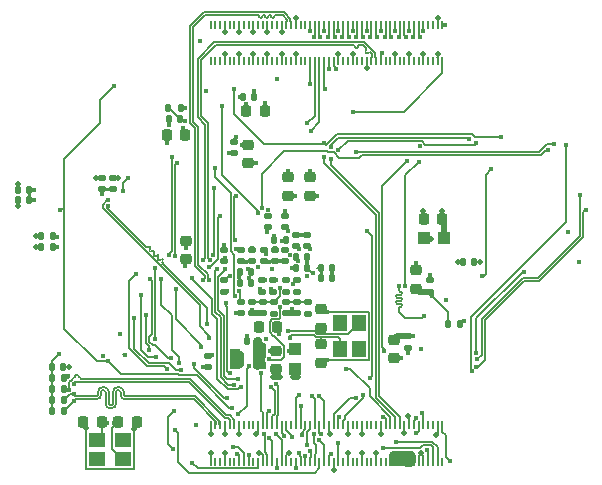
<source format=gbl>
%TF.GenerationSoftware,KiCad,Pcbnew,9.0.6-9.0.6~ubuntu24.04.1*%
%TF.CreationDate,2025-11-04T08:15:38+01:00*%
%TF.ProjectId,BB3plus CM5 STM32H7 module,42423370-6c75-4732-9043-4d352053544d,rev?*%
%TF.SameCoordinates,Original*%
%TF.FileFunction,Copper,L6,Bot*%
%TF.FilePolarity,Positive*%
%FSLAX46Y46*%
G04 Gerber Fmt 4.6, Leading zero omitted, Abs format (unit mm)*
G04 Created by KiCad (PCBNEW 9.0.6-9.0.6~ubuntu24.04.1) date 2025-11-04 08:15:38*
%MOMM*%
%LPD*%
G01*
G04 APERTURE LIST*
G04 Aperture macros list*
%AMRoundRect*
0 Rectangle with rounded corners*
0 $1 Rounding radius*
0 $2 $3 $4 $5 $6 $7 $8 $9 X,Y pos of 4 corners*
0 Add a 4 corners polygon primitive as box body*
4,1,4,$2,$3,$4,$5,$6,$7,$8,$9,$2,$3,0*
0 Add four circle primitives for the rounded corners*
1,1,$1+$1,$2,$3*
1,1,$1+$1,$4,$5*
1,1,$1+$1,$6,$7*
1,1,$1+$1,$8,$9*
0 Add four rect primitives between the rounded corners*
20,1,$1+$1,$2,$3,$4,$5,0*
20,1,$1+$1,$4,$5,$6,$7,0*
20,1,$1+$1,$6,$7,$8,$9,0*
20,1,$1+$1,$8,$9,$2,$3,0*%
G04 Aperture macros list end*
%TA.AperFunction,EtchedComponent*%
%ADD10C,0.000000*%
%TD*%
%TA.AperFunction,SMDPad,CuDef*%
%ADD11R,0.200000X0.700000*%
%TD*%
%TA.AperFunction,SMDPad,CuDef*%
%ADD12RoundRect,0.140000X-0.170000X0.140000X-0.170000X-0.140000X0.170000X-0.140000X0.170000X0.140000X0*%
%TD*%
%TA.AperFunction,SMDPad,CuDef*%
%ADD13R,1.400000X1.200000*%
%TD*%
%TA.AperFunction,SMDPad,CuDef*%
%ADD14RoundRect,0.140000X0.170000X-0.140000X0.170000X0.140000X-0.170000X0.140000X-0.170000X-0.140000X0*%
%TD*%
%TA.AperFunction,SMDPad,CuDef*%
%ADD15RoundRect,0.140000X0.140000X0.170000X-0.140000X0.170000X-0.140000X-0.170000X0.140000X-0.170000X0*%
%TD*%
%TA.AperFunction,SMDPad,CuDef*%
%ADD16RoundRect,0.225000X-0.225000X-0.250000X0.225000X-0.250000X0.225000X0.250000X-0.225000X0.250000X0*%
%TD*%
%TA.AperFunction,SMDPad,CuDef*%
%ADD17RoundRect,0.140000X-0.140000X-0.170000X0.140000X-0.170000X0.140000X0.170000X-0.140000X0.170000X0*%
%TD*%
%TA.AperFunction,SMDPad,CuDef*%
%ADD18RoundRect,0.225000X0.225000X0.250000X-0.225000X0.250000X-0.225000X-0.250000X0.225000X-0.250000X0*%
%TD*%
%TA.AperFunction,SMDPad,CuDef*%
%ADD19RoundRect,0.225000X0.250000X-0.225000X0.250000X0.225000X-0.250000X0.225000X-0.250000X-0.225000X0*%
%TD*%
%TA.AperFunction,SMDPad,CuDef*%
%ADD20C,0.200000*%
%TD*%
%TA.AperFunction,SMDPad,CuDef*%
%ADD21RoundRect,0.225000X-0.250000X0.225000X-0.250000X-0.225000X0.250000X-0.225000X0.250000X0.225000X0*%
%TD*%
%TA.AperFunction,SMDPad,CuDef*%
%ADD22RoundRect,0.135000X0.135000X0.185000X-0.135000X0.185000X-0.135000X-0.185000X0.135000X-0.185000X0*%
%TD*%
%TA.AperFunction,SMDPad,CuDef*%
%ADD23RoundRect,0.135000X-0.185000X0.135000X-0.185000X-0.135000X0.185000X-0.135000X0.185000X0.135000X0*%
%TD*%
%TA.AperFunction,SMDPad,CuDef*%
%ADD24RoundRect,0.050800X0.449200X0.499200X-0.449200X0.499200X-0.449200X-0.499200X0.449200X-0.499200X0*%
%TD*%
%TA.AperFunction,SMDPad,CuDef*%
%ADD25RoundRect,0.042333X-0.402167X-0.833967X0.402167X-0.833967X0.402167X0.833967X-0.402167X0.833967X0*%
%TD*%
%TA.AperFunction,SMDPad,CuDef*%
%ADD26R,1.200000X1.400000*%
%TD*%
%TA.AperFunction,SMDPad,CuDef*%
%ADD27RoundRect,0.135000X-0.135000X-0.185000X0.135000X-0.185000X0.135000X0.185000X-0.135000X0.185000X0*%
%TD*%
%TA.AperFunction,SMDPad,CuDef*%
%ADD28RoundRect,0.050800X-0.499200X0.449200X-0.499200X-0.449200X0.499200X-0.449200X0.499200X0.449200X0*%
%TD*%
%TA.AperFunction,ViaPad*%
%ADD29C,0.420000*%
%TD*%
%TA.AperFunction,ViaPad*%
%ADD30C,0.450000*%
%TD*%
%TA.AperFunction,ViaPad*%
%ADD31C,0.500000*%
%TD*%
%TA.AperFunction,Conductor*%
%ADD32C,0.152400*%
%TD*%
%TA.AperFunction,Conductor*%
%ADD33C,0.127000*%
%TD*%
%TA.AperFunction,Conductor*%
%ADD34C,0.508000*%
%TD*%
%TA.AperFunction,Conductor*%
%ADD35C,0.203200*%
%TD*%
%TA.AperFunction,Conductor*%
%ADD36C,0.254000*%
%TD*%
G04 APERTURE END LIST*
D10*
%TA.AperFunction,EtchedComponent*%
%TO.C,NT1*%
G36*
X117920000Y-98200000D02*
G01*
X117720000Y-98200000D01*
X117720000Y-97800000D01*
X117920000Y-97800000D01*
X117920000Y-98200000D01*
G37*
%TD.AperFunction*%
%TA.AperFunction,EtchedComponent*%
%TO.C,NT2*%
G36*
X121260000Y-98099999D02*
G01*
X121060000Y-98099999D01*
X121060000Y-97699999D01*
X121260000Y-97699999D01*
X121260000Y-98099999D01*
G37*
%TD.AperFunction*%
%TD*%
D11*
%TO.P,SoM1,1,GND*%
%TO.N,GND*%
X114300000Y-110700000D03*
%TO.P,SoM1,2,GND*%
X114300000Y-107620000D03*
%TO.P,SoM1,3,Ethernet_Pair3_P*%
%TO.N,unconnected-(SoM1A-Ethernet_Pair3_P-Pad3)*%
X114700000Y-110700000D03*
%TO.P,SoM1,4,Ethernet_Pair1_P*%
%TO.N,ETH_TXRX_B+*%
X114700000Y-107620000D03*
%TO.P,SoM1,5,Ethernet_Pair3_N*%
%TO.N,unconnected-(SoM1A-Ethernet_Pair3_N-Pad5)*%
X115100000Y-110700000D03*
%TO.P,SoM1,6,Ethernet_Pair1_N*%
%TO.N,ETH_TXRX_B-*%
X115100000Y-107620000D03*
%TO.P,SoM1,7,GND*%
%TO.N,GND*%
X115500000Y-110700000D03*
%TO.P,SoM1,8,GND*%
X115500000Y-107620000D03*
%TO.P,SoM1,9,Ethernet_Pair2_N*%
%TO.N,unconnected-(SoM1A-Ethernet_Pair2_N-Pad9)*%
X115900000Y-110700000D03*
%TO.P,SoM1,10,Ethernet_Pair0_N*%
%TO.N,ETH_TXRX_A-*%
X115900000Y-107620000D03*
%TO.P,SoM1,11,Ethernet_Pair2_P*%
%TO.N,unconnected-(SoM1A-Ethernet_Pair2_P-Pad11)*%
X116300000Y-110700000D03*
%TO.P,SoM1,12,Ethernet_Pair0_P*%
%TO.N,ETH_TXRX_A+*%
X116300000Y-107620000D03*
%TO.P,SoM1,13,GND*%
%TO.N,GND*%
X116700000Y-110700000D03*
%TO.P,SoM1,14,GND*%
X116700000Y-107620000D03*
%TO.P,SoM1,15,Ethernet_nLED3(3.3v)*%
%TO.N,~{ETH_LINK_ACT}*%
X117100000Y-110700000D03*
%TO.P,SoM1,16,Fan_Tacho*%
%TO.N,unconnected-(SoM1A-Fan_Tacho-Pad16)*%
X117100000Y-107620000D03*
%TO.P,SoM1,17,Ethernet_nLED2(3.3v)*%
%TO.N,~{ETH_LINK100}*%
X117500000Y-110700000D03*
%TO.P,SoM1,18,Ethernet_SYNC_OUT(1.8v)*%
%TO.N,unconnected-(SoM1A-Ethernet_SYNC_OUT(1.8v)-Pad18)*%
X117500000Y-107620000D03*
%TO.P,SoM1,19,Fan_PWM*%
%TO.N,unconnected-(SoM1A-Fan_PWM-Pad19)*%
X117900000Y-110700000D03*
%TO.P,SoM1,20,EEPROM_nWP*%
%TO.N,unconnected-(SoM1A-EEPROM_nWP-Pad20)*%
X117900000Y-107620000D03*
%TO.P,SoM1,21,LED_nACT*%
%TO.N,~{LED_ACT}*%
X118300000Y-110700000D03*
%TO.P,SoM1,22,GND*%
%TO.N,GND*%
X118300000Y-107620000D03*
%TO.P,SoM1,23,GND*%
X118700000Y-110700000D03*
%TO.P,SoM1,24,GPIO26*%
%TO.N,~{SYSMCU_CS}*%
X118700000Y-107620000D03*
%TO.P,SoM1,25,GPIO21*%
%TO.N,~{DIB3_IRQ}*%
X119100000Y-110700000D03*
%TO.P,SoM1,26,GPIO19*%
%TO.N,~{DIB1_IRQ}*%
X119100000Y-107620000D03*
%TO.P,SoM1,27,GPIO20*%
%TO.N,~{DIB2_IRQ}*%
X119500000Y-110700000D03*
%TO.P,SoM1,28,GPIO13*%
%TO.N,DIB1{slash}DIB3_MISO*%
X119500000Y-107620000D03*
%TO.P,SoM1,29,GPIO16*%
%TO.N,RS485_TX_EN{slash}DOUT2*%
X119900000Y-110700000D03*
%TO.P,SoM1,30,GPIO6*%
%TO.N,DIB4_MOSI*%
X119900000Y-107620000D03*
%TO.P,SoM1,31,GPIO12*%
%TO.N,~{DIB1_CSA}*%
X120300000Y-110700000D03*
%TO.P,SoM1,32,GND*%
%TO.N,GND*%
X120300000Y-107620000D03*
%TO.P,SoM1,33,GND*%
X120700000Y-110700000D03*
%TO.P,SoM1,34,GPIO5*%
%TO.N,DIB4_MISO*%
X120700000Y-107620000D03*
%TO.P,SoM1,35,ID_SC/GPIO1*%
%TO.N,unconnected-(SoM1A-ID_SC{slash}GPIO1-Pad35)*%
X121100000Y-110700000D03*
%TO.P,SoM1,36,ID_SD/GPIO0*%
%TO.N,unconnected-(SoM1A-ID_SD{slash}GPIO0-Pad36)*%
X121100000Y-107620000D03*
%TO.P,SoM1,37,GPIO7*%
%TO.N,DIB4_SCLK*%
X121500000Y-110700000D03*
%TO.P,SoM1,38,GPIO11*%
%TO.N,DIB2{slash}DIB5_SCLK*%
X121500000Y-107620000D03*
%TO.P,SoM1,39,GPIO8*%
%TO.N,~{DIB2_CSA}*%
X121900000Y-110700000D03*
%TO.P,SoM1,40,GPIO9*%
%TO.N,DIB2{slash}DIB5_MISO*%
X121900000Y-107620000D03*
%TO.P,SoM1,41,GPIO25*%
%TO.N,~{TFT_IRQ}*%
X122300000Y-110700000D03*
%TO.P,SoM1,42,GND*%
%TO.N,GND*%
X122300000Y-107620000D03*
%TO.P,SoM1,43,GND*%
X122700000Y-110700000D03*
%TO.P,SoM1,44,GPIO10*%
%TO.N,DIB2{slash}DIB5_MOSI*%
X122700000Y-107620000D03*
%TO.P,SoM1,45,GPIO24*%
%TO.N,~{SYSMCU_IRQ}*%
X123100000Y-110700000D03*
%TO.P,SoM1,46,GPIO22*%
%TO.N,~{DIB4_IRQ}*%
X123100000Y-107620000D03*
%TO.P,SoM1,47,GPIO23*%
%TO.N,~{DIB5_IRQ}*%
X123500000Y-110700000D03*
%TO.P,SoM1,48,GPIO27*%
%TO.N,WDG_IN*%
X123500000Y-107620000D03*
%TO.P,SoM1,49,GPIO18*%
%TO.N,~{DIB5_CSA}*%
X123900000Y-110700000D03*
%TO.P,SoM1,50,GPIO17*%
%TO.N,~{DIB3_CSA}*%
X123900000Y-107620000D03*
%TO.P,SoM1,51,GPIO15*%
%TO.N,DIB1{slash}DIB3_SCLK*%
X124300000Y-110700000D03*
%TO.P,SoM1,52,GND*%
%TO.N,GND*%
X124300000Y-107620000D03*
%TO.P,SoM1,53,GND*%
X124700000Y-110700000D03*
%TO.P,SoM1,54,GPIO4*%
%TO.N,~{DIB4_CSA}*%
X124700000Y-107620000D03*
%TO.P,SoM1,55,GPIO14*%
%TO.N,DIB1{slash}DIB3_MOSI*%
X125100000Y-110700000D03*
%TO.P,SoM1,56,GPIO3*%
%TO.N,UART0_TX{slash}DOUT3*%
X125100000Y-107620000D03*
%TO.P,SoM1,57,SD_CLK*%
%TO.N,unconnected-(SoM1A-SD_CLK-Pad57)*%
X125500000Y-110700000D03*
%TO.P,SoM1,58,GPIO2*%
%TO.N,UART0_RX{slash}DIN2*%
X125500000Y-107620000D03*
%TO.P,SoM1,59,GND*%
%TO.N,GND*%
X125900000Y-110700000D03*
%TO.P,SoM1,60,GND*%
X125900000Y-107620000D03*
%TO.P,SoM1,61,SD_DAT3*%
%TO.N,unconnected-(SoM1A-SD_DAT3-Pad61)*%
X126300000Y-110700000D03*
%TO.P,SoM1,62,SD_CMD*%
%TO.N,unconnected-(SoM1A-SD_CMD-Pad62)*%
X126300000Y-107620000D03*
%TO.P,SoM1,63,SD_DAT0*%
%TO.N,unconnected-(SoM1A-SD_DAT0-Pad63)*%
X126700000Y-110700000D03*
%TO.P,SoM1,64,SD_DAT5*%
%TO.N,unconnected-(SoM1A-SD_DAT5-Pad64)*%
X126700000Y-107620000D03*
%TO.P,SoM1,65,GND*%
%TO.N,GND*%
X127100000Y-110700000D03*
%TO.P,SoM1,66,GND*%
X127100000Y-107620000D03*
%TO.P,SoM1,67,SD_DAT1*%
%TO.N,unconnected-(SoM1A-SD_DAT1-Pad67)*%
X127500000Y-110700000D03*
%TO.P,SoM1,68,SD_DAT4*%
%TO.N,unconnected-(SoM1A-SD_DAT4-Pad68)*%
X127500000Y-107620000D03*
%TO.P,SoM1,69,SD_DAT2*%
%TO.N,unconnected-(SoM1A-SD_DAT2-Pad69)*%
X127900000Y-110700000D03*
%TO.P,SoM1,70,SD_DAT7*%
%TO.N,unconnected-(SoM1A-SD_DAT7-Pad70)*%
X127900000Y-107620000D03*
%TO.P,SoM1,71,GND*%
%TO.N,GND*%
X128300000Y-110700000D03*
%TO.P,SoM1,72,SD_DAT6*%
%TO.N,unconnected-(SoM1A-SD_DAT6-Pad72)*%
X128300000Y-107620000D03*
%TO.P,SoM1,73,SD_VDD_Override*%
%TO.N,unconnected-(SoM1A-SD_VDD_Override-Pad73)*%
X128700000Y-110700000D03*
%TO.P,SoM1,74,GND*%
%TO.N,GND*%
X128700000Y-107620000D03*
%TO.P,SoM1,75,SD_PWR_ON*%
%TO.N,unconnected-(SoM1A-SD_PWR_ON-Pad75)*%
X129100000Y-110700000D03*
%TO.P,SoM1,76,VBAT*%
%TO.N,+VAUX*%
X129100000Y-107620000D03*
%TO.P,SoM1,77,+5v(Input)*%
%TO.N,/CM5 socket/+5V_IN*%
X129500000Y-110700000D03*
%TO.P,SoM1,78,GPIO_VREF(1.8v/3.3v_Input)*%
%TO.N,GPIO_VREF*%
X129500000Y-107620000D03*
%TO.P,SoM1,79,+5v(Input)*%
%TO.N,/CM5 socket/+5V_IN*%
X129900000Y-110700000D03*
%TO.P,SoM1,80,SCL0*%
%TO.N,SCL*%
X129900000Y-107620000D03*
%TO.P,SoM1,81,+5v(Input)*%
%TO.N,/CM5 socket/+5V_IN*%
X130300000Y-110700000D03*
%TO.P,SoM1,82,SDA0*%
%TO.N,SDA*%
X130300000Y-107620000D03*
%TO.P,SoM1,83,+5v(Input)*%
%TO.N,/CM5 socket/+5V_IN*%
X130700000Y-110700000D03*
%TO.P,SoM1,84,CM5_3.3v*%
%TO.N,+3V3*%
X130700000Y-107620000D03*
%TO.P,SoM1,85,+5v(Input)*%
%TO.N,/CM5 socket/+5V_IN*%
X131100000Y-110700000D03*
%TO.P,SoM1,86,CM5_3.3v*%
%TO.N,+3V3*%
X131100000Y-107620000D03*
%TO.P,SoM1,87,+5v(Input)*%
%TO.N,/CM5 socket/+5V_IN*%
X131500000Y-110700000D03*
%TO.P,SoM1,88,CM5_1.8v*%
%TO.N,+1V8*%
X131500000Y-107620000D03*
%TO.P,SoM1,89,WiFi_nDisable*%
%TO.N,GND*%
X131900000Y-110700000D03*
%TO.P,SoM1,90,CM5_1.8v*%
%TO.N,+1V8*%
X131900000Y-107620000D03*
%TO.P,SoM1,91,BT_nDisable*%
%TO.N,GND*%
X132300000Y-110700000D03*
%TO.P,SoM1,92,PWR_Button*%
%TO.N,~{RESET_OUT}*%
X132300000Y-107620000D03*
%TO.P,SoM1,93,nRPIBOOT*%
%TO.N,BOOT0*%
X132700000Y-110700000D03*
%TO.P,SoM1,94,CC1*%
%TO.N,unconnected-(SoM1A-CC1-Pad94)*%
X132700000Y-107620000D03*
%TO.P,SoM1,95,LED_nPWR*%
%TO.N,~{LED_PWR}*%
X133100000Y-110700000D03*
%TO.P,SoM1,96,CC2*%
%TO.N,unconnected-(SoM1A-CC2-Pad96)*%
X133100000Y-107620000D03*
%TO.P,SoM1,97,CAM_GPIO0*%
%TO.N,UART1_TX{slash}DOUT1*%
X133500000Y-110700000D03*
%TO.P,SoM1,98,GND*%
%TO.N,GND*%
X133500000Y-107620000D03*
%TO.P,SoM1,99,PMIC_EN*%
%TO.N,unconnected-(SoM1A-PMIC_EN-Pad99)*%
X133900000Y-110700000D03*
%TO.P,SoM1,100,CAM_GPIO1*%
%TO.N,UART1_RX{slash}DIN1*%
X133900000Y-107620000D03*
%TO.P,SoM1,101,USB_OTG_ID*%
%TO.N,unconnected-(SoM1B-USB_OTG_ID-Pad101)*%
X114300000Y-76780000D03*
%TO.P,SoM1,102,PCIe_CLK_nREQ*%
%TO.N,unconnected-(SoM1B-PCIe_CLK_nREQ-Pad102)*%
X114300000Y-73700000D03*
%TO.P,SoM1,103,USB_N*%
%TO.N,unconnected-(SoM1B-USB_N-Pad103)*%
X114700000Y-76780000D03*
%TO.P,SoM1,104,PCIE_nWAKE*%
%TO.N,unconnected-(SoM1B-PCIE_nWAKE-Pad104)*%
X114700000Y-73700000D03*
%TO.P,SoM1,105,USB_P*%
%TO.N,unconnected-(SoM1B-USB_P-Pad105)*%
X115100000Y-76780000D03*
%TO.P,SoM1,106,PCIE_PWR_EN*%
%TO.N,unconnected-(SoM1B-PCIE_PWR_EN-Pad106)*%
X115100000Y-73700000D03*
%TO.P,SoM1,107,GND*%
%TO.N,GND*%
X115500000Y-76780000D03*
%TO.P,SoM1,108,GND*%
X115500000Y-73700000D03*
%TO.P,SoM1,109,PCIe_nRST*%
%TO.N,unconnected-(SoM1B-PCIe_nRST-Pad109)*%
X115900000Y-76780000D03*
%TO.P,SoM1,110,PCIe_CLK_P*%
%TO.N,unconnected-(SoM1B-PCIe_CLK_P-Pad110)*%
X115900000Y-73700000D03*
%TO.P,SoM1,111,VBUS_EN_(3.3v)*%
%TO.N,unconnected-(SoM1B-VBUS_EN_(3.3v)-Pad111)*%
X116300000Y-76780000D03*
%TO.P,SoM1,112,PCIe_CLK_N*%
%TO.N,unconnected-(SoM1B-PCIe_CLK_N-Pad112)*%
X116300000Y-73700000D03*
%TO.P,SoM1,113,GND*%
%TO.N,GND*%
X116700000Y-76780000D03*
%TO.P,SoM1,114,GND*%
X116700000Y-73700000D03*
%TO.P,SoM1,115,MIPI0_D0_N*%
%TO.N,unconnected-(SoM1B-MIPI0_D0_N-Pad115)*%
X117100000Y-76780000D03*
%TO.P,SoM1,116,PCIe_RX_P*%
%TO.N,unconnected-(SoM1B-PCIe_RX_P-Pad116)*%
X117100000Y-73700000D03*
%TO.P,SoM1,117,MIPI0_D0_P*%
%TO.N,unconnected-(SoM1B-MIPI0_D0_P-Pad117)*%
X117500000Y-76780000D03*
%TO.P,SoM1,118,PCIe_RX_N*%
%TO.N,unconnected-(SoM1B-PCIe_RX_N-Pad118)*%
X117500000Y-73700000D03*
%TO.P,SoM1,119,GND*%
%TO.N,GND*%
X117900000Y-76780000D03*
%TO.P,SoM1,120,GND*%
X117900000Y-73700000D03*
%TO.P,SoM1,121,MIPI0_D1_N*%
%TO.N,unconnected-(SoM1B-MIPI0_D1_N-Pad121)*%
X118300000Y-76780000D03*
%TO.P,SoM1,122,PCIe_TX_P*%
%TO.N,unconnected-(SoM1B-PCIe_TX_P-Pad122)*%
X118300000Y-73700000D03*
%TO.P,SoM1,123,MIPI0_D1_P*%
%TO.N,unconnected-(SoM1B-MIPI0_D1_P-Pad123)*%
X118700000Y-76780000D03*
%TO.P,SoM1,124,PCIe_TX_N*%
%TO.N,unconnected-(SoM1B-PCIe_TX_N-Pad124)*%
X118700000Y-73700000D03*
%TO.P,SoM1,125,GND*%
%TO.N,GND*%
X119100000Y-76780000D03*
%TO.P,SoM1,126,GND*%
X119100000Y-73700000D03*
%TO.P,SoM1,127,MIPI0_C_N*%
%TO.N,unconnected-(SoM1B-MIPI0_C_N-Pad127)*%
X119500000Y-76780000D03*
%TO.P,SoM1,128,USB3-0-RX_N*%
%TO.N,unconnected-(SoM1B-USB3-0-RX_N-Pad128)*%
X119500000Y-73700000D03*
%TO.P,SoM1,129,MIPI0_C_P*%
%TO.N,unconnected-(SoM1B-MIPI0_C_P-Pad129)*%
X119900000Y-76780000D03*
%TO.P,SoM1,130,USB3-0-RX_P*%
%TO.N,unconnected-(SoM1B-USB3-0-RX_P-Pad130)*%
X119900000Y-73700000D03*
%TO.P,SoM1,131,GND*%
%TO.N,GND*%
X120300000Y-76780000D03*
%TO.P,SoM1,132,GND*%
X120300000Y-73700000D03*
%TO.P,SoM1,133,MIPI0_D2_N*%
%TO.N,unconnected-(SoM1B-MIPI0_D2_N-Pad133)*%
X120700000Y-76780000D03*
%TO.P,SoM1,134,USB3-0-DP*%
%TO.N,DIB1_USB_D+*%
X120700000Y-73700000D03*
%TO.P,SoM1,135,MIPI0_D2_P*%
%TO.N,unconnected-(SoM1B-MIPI0_D2_P-Pad135)*%
X121100000Y-76780000D03*
%TO.P,SoM1,136,USB3-0-DM*%
%TO.N,DIB1_USB_D-*%
X121100000Y-73700000D03*
%TO.P,SoM1,137,GND*%
%TO.N,GND*%
X121500000Y-76780000D03*
%TO.P,SoM1,138,GND*%
X121500000Y-73700000D03*
%TO.P,SoM1,139,MIPI0_D3_N*%
%TO.N,unconnected-(SoM1B-MIPI0_D3_N-Pad139)*%
X121900000Y-76780000D03*
%TO.P,SoM1,140,USB3-0-TX_N*%
%TO.N,unconnected-(SoM1B-USB3-0-TX_N-Pad140)*%
X121900000Y-73700000D03*
%TO.P,SoM1,141,MIPI0_D3_P*%
%TO.N,unconnected-(SoM1B-MIPI0_D3_P-Pad141)*%
X122300000Y-76780000D03*
%TO.P,SoM1,142,USB3-0-TX_P*%
%TO.N,unconnected-(SoM1B-USB3-0-TX_P-Pad142)*%
X122300000Y-73700000D03*
%TO.P,SoM1,143,HDMI1_HOTPLUG*%
%TO.N,TFT_DVID_HPD*%
X122700000Y-76780000D03*
%TO.P,SoM1,144,GND*%
%TO.N,GND*%
X122700000Y-73700000D03*
%TO.P,SoM1,145,HDMI1_SDA*%
%TO.N,TFT_DVID_SDA*%
X123100000Y-76780000D03*
%TO.P,SoM1,146,HDMI1_TX2_P*%
%TO.N,TFT_DVID_TX2_P*%
X123100000Y-73700000D03*
%TO.P,SoM1,147,HDMI1_SCL*%
%TO.N,TFT_DVID_SCL*%
X123500000Y-76780000D03*
%TO.P,SoM1,148,HDMI1_TX2_N*%
%TO.N,TFT_DVID_TX2_N*%
X123500000Y-73700000D03*
%TO.P,SoM1,149,HDMI1_CEC*%
%TO.N,TFT_DVID_CEC*%
X123900000Y-76780000D03*
%TO.P,SoM1,150,GND*%
%TO.N,GND*%
X123900000Y-73700000D03*
%TO.P,SoM1,151,HDMI0_CEC*%
%TO.N,REAR_DVID_CEC*%
X124300000Y-76780000D03*
%TO.P,SoM1,152,HDMI1_TX1_P*%
%TO.N,TFT_DVID_TX1_P*%
X124300000Y-73700000D03*
%TO.P,SoM1,153,HDMI0_HOTPLUG*%
%TO.N,REAR_DVID_HPD*%
X124700000Y-76780000D03*
%TO.P,SoM1,154,HDMI1_TX1_N*%
%TO.N,TFT_DVID_TX1_N*%
X124700000Y-73700000D03*
%TO.P,SoM1,155,GND*%
%TO.N,GND*%
X125100000Y-76780000D03*
%TO.P,SoM1,156,GND*%
X125100000Y-73700000D03*
%TO.P,SoM1,157,USB3-1-RX_N*%
%TO.N,unconnected-(SoM1B-USB3-1-RX_N-Pad157)*%
X125500000Y-76780000D03*
%TO.P,SoM1,158,HDMI1_TX0_P*%
%TO.N,TFT_DVID_TX0_P*%
X125500000Y-73700000D03*
%TO.P,SoM1,159,USB3-1-RX_P*%
%TO.N,unconnected-(SoM1B-USB3-1-RX_P-Pad159)*%
X125900000Y-76780000D03*
%TO.P,SoM1,160,HDMI1_TX0_N*%
%TO.N,TFT_DVID_TX0_N*%
X125900000Y-73700000D03*
%TO.P,SoM1,161,GND*%
%TO.N,GND*%
X126300000Y-76780000D03*
%TO.P,SoM1,162,GND*%
X126300000Y-73700000D03*
%TO.P,SoM1,163,USB3-1-DP*%
%TO.N,unconnected-(SoM1B-USB3-1-DP-Pad163)*%
X126700000Y-76780000D03*
%TO.P,SoM1,164,HDMI1_CLK_P*%
%TO.N,TFT_DVID_CLK_P*%
X126700000Y-73700000D03*
%TO.P,SoM1,165,USB3-1-DM*%
%TO.N,unconnected-(SoM1B-USB3-1-DM-Pad165)*%
X127100000Y-76780000D03*
%TO.P,SoM1,166,HDMI1_CLK_N*%
%TO.N,TFT_DVID_CLK_N*%
X127100000Y-73700000D03*
%TO.P,SoM1,167,GND*%
%TO.N,GND*%
X127500000Y-76780000D03*
%TO.P,SoM1,168,GND*%
X127500000Y-73700000D03*
%TO.P,SoM1,169,USB3-1-TX_N*%
%TO.N,MCU_USB_UP_TX-*%
X127900000Y-76780000D03*
%TO.P,SoM1,170,HDMI0_TX2_P*%
%TO.N,REAR_DVID_TX2_P*%
X127900000Y-73700000D03*
%TO.P,SoM1,171,USB3-1-TX_P*%
%TO.N,MCU_USB_UP_TX+*%
X128300000Y-76780000D03*
%TO.P,SoM1,172,HDMI0_TX2_N*%
%TO.N,REAR_DVID_TX2_N*%
X128300000Y-73700000D03*
%TO.P,SoM1,173,GND*%
%TO.N,GND*%
X128700000Y-76780000D03*
%TO.P,SoM1,174,GND*%
X128700000Y-73700000D03*
%TO.P,SoM1,175,MIPI1_D0_N*%
%TO.N,unconnected-(SoM1B-MIPI1_D0_N-Pad175)*%
X129100000Y-76780000D03*
%TO.P,SoM1,176,HDMI0_TX1_P*%
%TO.N,REAR_DVID_TX1_P*%
X129100000Y-73700000D03*
%TO.P,SoM1,177,MIPI1_D0_P*%
%TO.N,unconnected-(SoM1B-MIPI1_D0_P-Pad177)*%
X129500000Y-76780000D03*
%TO.P,SoM1,178,HDMI0_TX1_N*%
%TO.N,REAR_DVID_TX1_N*%
X129500000Y-73700000D03*
%TO.P,SoM1,179,GND*%
%TO.N,GND*%
X129900000Y-76780000D03*
%TO.P,SoM1,180,GND*%
X129900000Y-73700000D03*
%TO.P,SoM1,181,MIPI1_D1_N*%
%TO.N,unconnected-(SoM1B-MIPI1_D1_N-Pad181)*%
X130300000Y-76780000D03*
%TO.P,SoM1,182,HDMI0_TX0_P*%
%TO.N,REAR_DVID_TX0_P*%
X130300000Y-73700000D03*
%TO.P,SoM1,183,MIPI1_D1_P*%
%TO.N,unconnected-(SoM1B-MIPI1_D1_P-Pad183)*%
X130700000Y-76780000D03*
%TO.P,SoM1,184,HDMI0_TX0_N*%
%TO.N,REAR_DVID_TX0_N*%
X130700000Y-73700000D03*
%TO.P,SoM1,185,GND*%
%TO.N,GND*%
X131100000Y-76780000D03*
%TO.P,SoM1,186,GND*%
X131100000Y-73700000D03*
%TO.P,SoM1,187,MIPI1_C_N*%
%TO.N,unconnected-(SoM1B-MIPI1_C_N-Pad187)*%
X131500000Y-76780000D03*
%TO.P,SoM1,188,HDMI0_CLK_P*%
%TO.N,REAR_DVID_CLK_P*%
X131500000Y-73700000D03*
%TO.P,SoM1,189,MIPI1_C_P*%
%TO.N,unconnected-(SoM1B-MIPI1_C_P-Pad189)*%
X131900000Y-76780000D03*
%TO.P,SoM1,190,HDMI0_CLK_N*%
%TO.N,REAR_DVID_CLK_N*%
X131900000Y-73700000D03*
%TO.P,SoM1,191,GND*%
%TO.N,GND*%
X132300000Y-76780000D03*
%TO.P,SoM1,192,GND*%
X132300000Y-73700000D03*
%TO.P,SoM1,193,MIPI1_D2_N*%
%TO.N,unconnected-(SoM1B-MIPI1_D2_N-Pad193)*%
X132700000Y-76780000D03*
%TO.P,SoM1,194,MIPI1_D3_N*%
%TO.N,unconnected-(SoM1B-MIPI1_D3_N-Pad194)*%
X132700000Y-73700000D03*
%TO.P,SoM1,195,MIPI1_D2_P*%
%TO.N,unconnected-(SoM1B-MIPI1_D2_P-Pad195)*%
X133100000Y-76780000D03*
%TO.P,SoM1,196,MIPI1_D3_P*%
%TO.N,unconnected-(SoM1B-MIPI1_D3_P-Pad196)*%
X133100000Y-73700000D03*
%TO.P,SoM1,197,GND*%
%TO.N,GND*%
X133500000Y-76780000D03*
%TO.P,SoM1,198,GND*%
X133500000Y-73700000D03*
%TO.P,SoM1,199,HDMI0_SDA*%
%TO.N,REAR_DVID_SDA*%
X133900000Y-76780000D03*
%TO.P,SoM1,200,HDMI0_SCL*%
%TO.N,REAR_DVID_SCL*%
X133900000Y-73700000D03*
%TD*%
D12*
%TO.P,C27,1,1*%
%TO.N,+3V3*%
X120620002Y-92783012D03*
%TO.P,C27,2,2*%
%TO.N,GND*%
X120620002Y-93743012D03*
%TD*%
D13*
%TO.P,Y2,1,1*%
%TO.N,Net-(IC6-XTAL2)*%
X104675700Y-108900000D03*
%TO.P,Y2,2,NC*%
%TO.N,unconnected-(Y2-NC-Pad2)*%
X106875700Y-108900000D03*
%TO.P,Y2,3,3*%
%TO.N,Net-(IC6-XTAL1{slash}CLKIN)*%
X106875700Y-110500000D03*
%TO.P,Y2,4,NC*%
%TO.N,unconnected-(Y2-NC-Pad4)*%
X104675700Y-110500000D03*
%TD*%
D14*
%TO.P,C49,1,1*%
%TO.N,Net-(IC5-VDDI)*%
X105108614Y-87630000D03*
%TO.P,C49,2,2*%
%TO.N,GND*%
X105108614Y-86670000D03*
%TD*%
D15*
%TO.P,C44,1,1*%
%TO.N,+3V3*%
X100909433Y-91580819D03*
%TO.P,C44,2,2*%
%TO.N,GND*%
X99949433Y-91580819D03*
%TD*%
%TO.P,C23,1,1*%
%TO.N,/STM32H7 MCU/VLXSMPS*%
X118300000Y-100513012D03*
%TO.P,C23,2,2*%
%TO.N,GND*%
X117340000Y-100513012D03*
%TD*%
D16*
%TO.P,C69,1,1*%
%TO.N,GND*%
X132315000Y-90160000D03*
%TO.P,C69,2,2*%
%TO.N,/DVID converter\u002C NOR Flash/TVDD*%
X133865000Y-90160000D03*
%TD*%
D17*
%TO.P,C74,1,1*%
%TO.N,+1V8*%
X117030000Y-79830000D03*
%TO.P,C74,2,2*%
%TO.N,GND*%
X117990000Y-79830000D03*
%TD*%
D15*
%TO.P,C47,1,1*%
%TO.N,+3V3*%
X100909433Y-92500819D03*
%TO.P,C47,2,2*%
%TO.N,GND*%
X99949433Y-92500819D03*
%TD*%
D17*
%TO.P,C13,1,1*%
%TO.N,+3V3*%
X121510002Y-93343012D03*
%TO.P,C13,2,2*%
%TO.N,GND*%
X122470002Y-93343012D03*
%TD*%
D18*
%TO.P,C43,1,1*%
%TO.N,GND*%
X108030700Y-107310000D03*
%TO.P,C43,2,2*%
%TO.N,Net-(IC6-XTAL1{slash}CLKIN)*%
X106480700Y-107310000D03*
%TD*%
D19*
%TO.P,C11,1,1*%
%TO.N,GND*%
X119830002Y-102863012D03*
%TO.P,C11,2,2*%
%TO.N,/STM32H7 MCU/VDDSMPS*%
X119830002Y-101313012D03*
%TD*%
D18*
%TO.P,C14,1,1*%
%TO.N,GND*%
X119915002Y-99323012D03*
%TO.P,C14,2,2*%
%TO.N,/STM32H7 MCU/VDD_SDC*%
X118365002Y-99323012D03*
%TD*%
D17*
%TO.P,C36,1,1*%
%TO.N,+1V8*%
X123600000Y-94260000D03*
%TO.P,C36,2,2*%
%TO.N,GND*%
X124560000Y-94260000D03*
%TD*%
D20*
%TO.P,NT1,1,1*%
%TO.N,GND*%
X117820000Y-97800000D03*
%TO.P,NT1,2,2*%
%TO.N,Net-(IC3C-VSSA)*%
X117820000Y-98200000D03*
%TD*%
D21*
%TO.P,C60,1,1*%
%TO.N,+1V8*%
X129780000Y-100365000D03*
%TO.P,C60,2,2*%
%TO.N,GND*%
X129780000Y-101915000D03*
%TD*%
D22*
%TO.P,R14,1,1*%
%TO.N,~{XSPI_M_P1_CS}*%
X135440000Y-99070000D03*
%TO.P,R14,2,2*%
%TO.N,+1V8*%
X134420000Y-99070000D03*
%TD*%
D12*
%TO.P,C59,1,1*%
%TO.N,+1V8*%
X130970000Y-100090000D03*
%TO.P,C59,2,2*%
%TO.N,GND*%
X130970000Y-101050000D03*
%TD*%
D16*
%TO.P,C42,1,1*%
%TO.N,GND*%
X103520700Y-107310000D03*
%TO.P,C42,2,2*%
%TO.N,Net-(IC6-XTAL2)*%
X105070700Y-107310000D03*
%TD*%
D19*
%TO.P,C8,1,1*%
%TO.N,+3V3*%
X112180000Y-93575000D03*
%TO.P,C8,2,2*%
%TO.N,GND*%
X112180000Y-92025000D03*
%TD*%
D14*
%TO.P,C35,1,1*%
%TO.N,+1V8*%
X121540002Y-92453012D03*
%TO.P,C35,2,2*%
%TO.N,GND*%
X121540002Y-91493012D03*
%TD*%
%TO.P,C34,1,1*%
%TO.N,+1V8*%
X119120002Y-90833012D03*
%TO.P,C34,2,2*%
%TO.N,GND*%
X119120002Y-89873012D03*
%TD*%
D12*
%TO.P,C15,1,1*%
%TO.N,/STM32H7 MCU/VDD_SDC*%
X121630000Y-95330000D03*
%TO.P,C15,2,2*%
%TO.N,GND*%
X121630000Y-96290000D03*
%TD*%
D14*
%TO.P,C17,1,1*%
%TO.N,+3V3*%
X120710000Y-96290000D03*
%TO.P,C17,2,2*%
%TO.N,GND*%
X120710000Y-95330000D03*
%TD*%
D12*
%TO.P,C25,1,1*%
%TO.N,/STM32H7 MCU/MCU_VREF+*%
X120710000Y-97160000D03*
%TO.P,C25,2,2*%
%TO.N,Net-(IC3C-VREFM)*%
X120710000Y-98120000D03*
%TD*%
D23*
%TO.P,R4,1,1*%
%TO.N,/STM32H7 MCU/MCU_VDDA*%
X119690000Y-97150000D03*
%TO.P,R4,2,2*%
%TO.N,+3V3*%
X119690000Y-98170000D03*
%TD*%
D14*
%TO.P,C26,1,1*%
%TO.N,+3V3*%
X119550000Y-96300000D03*
%TO.P,C26,2,2*%
%TO.N,GND*%
X119550000Y-95340000D03*
%TD*%
%TO.P,C46,1,1*%
%TO.N,Net-(IC5-VDDI)*%
X106030000Y-87630000D03*
%TO.P,C46,2,2*%
%TO.N,GND*%
X106030000Y-86670000D03*
%TD*%
%TO.P,C57,1,1*%
%TO.N,+1V8*%
X132850000Y-96315000D03*
%TO.P,C57,2,2*%
%TO.N,GND*%
X132850000Y-95355000D03*
%TD*%
D19*
%TO.P,C58,1,1*%
%TO.N,+1V8*%
X131660000Y-96050000D03*
%TO.P,C58,2,2*%
%TO.N,GND*%
X131660000Y-94500000D03*
%TD*%
D14*
%TO.P,C37,1,1*%
%TO.N,+1V8*%
X120620002Y-90843012D03*
%TO.P,C37,2,2*%
%TO.N,GND*%
X120620002Y-89883012D03*
%TD*%
D22*
%TO.P,R18,1,1*%
%TO.N,ETH_TXRX_B-*%
X101890000Y-105490000D03*
%TO.P,R18,2,2*%
%TO.N,/Ethernet PHY\u002C PSRAM\u002C eMMC/+3V3_LAN*%
X100870000Y-105490000D03*
%TD*%
D15*
%TO.P,C9,1,1*%
%TO.N,+3V3*%
X117740000Y-95550000D03*
%TO.P,C9,2,2*%
%TO.N,GND*%
X116780000Y-95550000D03*
%TD*%
D23*
%TO.P,R5,1,1*%
%TO.N,/STM32H7 MCU/MCU_VREF+*%
X122550000Y-97140000D03*
%TO.P,R5,2,2*%
%TO.N,+3V3*%
X122550000Y-98160000D03*
%TD*%
D16*
%TO.P,C75,1,1*%
%TO.N,+1V8*%
X117300000Y-81030000D03*
%TO.P,C75,2,2*%
%TO.N,GND*%
X118850000Y-81030000D03*
%TD*%
D12*
%TO.P,C24,1,1*%
%TO.N,/STM32H7 MCU/MCU_VDDA*%
X118760002Y-97163012D03*
%TO.P,C24,2,2*%
%TO.N,Net-(IC3C-VSSA)*%
X118760002Y-98123012D03*
%TD*%
D18*
%TO.P,C73,1,1*%
%TO.N,+1V8*%
X112125000Y-83030000D03*
%TO.P,C73,2,2*%
%TO.N,GND*%
X110575000Y-83030000D03*
%TD*%
D24*
%TO.P,FB5,1*%
%TO.N,/DVID converter\u002C NOR Flash/TVDD*%
X134020000Y-91800000D03*
%TO.P,FB5,2*%
%TO.N,+3V3*%
X132320000Y-91800000D03*
%TD*%
D12*
%TO.P,C39,1,1*%
%TO.N,+1V8*%
X119700002Y-92783012D03*
%TO.P,C39,2,2*%
%TO.N,GND*%
X119700002Y-93743012D03*
%TD*%
D25*
%TO.P,L1,1,1*%
%TO.N,/STM32H7 MCU/VDD_SDC*%
X116347202Y-101983012D03*
%TO.P,L1,2,2*%
%TO.N,/STM32H7 MCU/VLXSMPS*%
X118430002Y-101983012D03*
%TD*%
D15*
%TO.P,C18,1,1*%
%TO.N,/STM32H7 MCU/VDD_SDC*%
X120650002Y-91893012D03*
%TO.P,C18,2,2*%
%TO.N,GND*%
X119690002Y-91893012D03*
%TD*%
D14*
%TO.P,C22,1,1*%
%TO.N,+3V3*%
X115440002Y-93743012D03*
%TO.P,C22,2,2*%
%TO.N,GND*%
X115440002Y-92783012D03*
%TD*%
D12*
%TO.P,C16,1,1*%
%TO.N,+3V3*%
X116830000Y-92780000D03*
%TO.P,C16,2,2*%
%TO.N,GND*%
X116830000Y-93740000D03*
%TD*%
D14*
%TO.P,C29,1,1*%
%TO.N,GND*%
X115440002Y-96303012D03*
%TO.P,C29,2,2*%
%TO.N,/STM32H7 MCU/VDD_SDC*%
X115440002Y-95343012D03*
%TD*%
D26*
%TO.P,Y1,1,1*%
%TO.N,/STM32H7 MCU/RCC_OSC_IN*%
X125250002Y-101143012D03*
%TO.P,Y1,2,NC*%
%TO.N,unconnected-(Y1-NC-Pad2)*%
X125250002Y-98943012D03*
%TO.P,Y1,3,3*%
%TO.N,/STM32H7 MCU/RCC_OSC_OUT*%
X126850002Y-98943012D03*
%TO.P,Y1,4,NC*%
%TO.N,unconnected-(Y1-NC-Pad4)*%
X126850002Y-101143012D03*
%TD*%
D19*
%TO.P,C4,1,1*%
%TO.N,GND*%
X123660002Y-102308012D03*
%TO.P,C4,2,2*%
%TO.N,/STM32H7 MCU/RCC_OSC_IN*%
X123660002Y-100758012D03*
%TD*%
D15*
%TO.P,C72,1,1*%
%TO.N,+1V8*%
X111720000Y-81700000D03*
%TO.P,C72,2,2*%
%TO.N,GND*%
X110760000Y-81700000D03*
%TD*%
D17*
%TO.P,C20,1,1*%
%TO.N,+3V3*%
X121510002Y-94263012D03*
%TO.P,C20,2,2*%
%TO.N,GND*%
X122470002Y-94263012D03*
%TD*%
%TO.P,C33,1,1*%
%TO.N,+1V8*%
X123600000Y-95180000D03*
%TO.P,C33,2,2*%
%TO.N,GND*%
X124560000Y-95180000D03*
%TD*%
D12*
%TO.P,C21,1,1*%
%TO.N,/STM32H7 MCU/VDD_SDC*%
X117750000Y-92780000D03*
%TO.P,C21,2,2*%
%TO.N,GND*%
X117750000Y-93740000D03*
%TD*%
D15*
%TO.P,C45,1,1*%
%TO.N,+1V8*%
X98909433Y-87660819D03*
%TO.P,C45,2,2*%
%TO.N,GND*%
X97949433Y-87660819D03*
%TD*%
D12*
%TO.P,C76,1,1*%
%TO.N,+1V8*%
X116300000Y-83610000D03*
%TO.P,C76,2,2*%
%TO.N,GND*%
X116300000Y-84570000D03*
%TD*%
D27*
%TO.P,R17,1,1*%
%TO.N,/Ethernet PHY\u002C PSRAM\u002C eMMC/+3V3_LAN*%
X100870000Y-106430000D03*
%TO.P,R17,2,2*%
%TO.N,ETH_TXRX_B+*%
X101890000Y-106430000D03*
%TD*%
%TO.P,R16,1,1*%
%TO.N,/Ethernet PHY\u002C PSRAM\u002C eMMC/+3V3_LAN*%
X100870000Y-103610000D03*
%TO.P,R16,2,2*%
%TO.N,ETH_TXRX_A-*%
X101890000Y-103610000D03*
%TD*%
%TO.P,R15,1,1*%
%TO.N,/Ethernet PHY\u002C PSRAM\u002C eMMC/+3V3_LAN*%
X100870000Y-104550000D03*
%TO.P,R15,2,2*%
%TO.N,ETH_TXRX_A+*%
X101890000Y-104550000D03*
%TD*%
D15*
%TO.P,C48,1,1*%
%TO.N,+1V8*%
X98909433Y-88580819D03*
%TO.P,C48,2,2*%
%TO.N,GND*%
X97949433Y-88580819D03*
%TD*%
D12*
%TO.P,C28,1,1*%
%TO.N,/STM32H7 MCU/VDD_SDC*%
X116900002Y-97163012D03*
%TO.P,C28,2,2*%
%TO.N,GND*%
X116900002Y-98123012D03*
%TD*%
D28*
%TO.P,FB1,1*%
%TO.N,/STM32H7 MCU/VDDSMPS*%
X121470002Y-101158012D03*
%TO.P,FB1,2*%
%TO.N,+3V3*%
X121470002Y-102858012D03*
%TD*%
D15*
%TO.P,C12,1,1*%
%TO.N,+3V3*%
X117740000Y-94630000D03*
%TO.P,C12,2,2*%
%TO.N,GND*%
X116780000Y-94630000D03*
%TD*%
D19*
%TO.P,C41,1,1*%
%TO.N,+1V8*%
X120800000Y-88175000D03*
%TO.P,C41,2,2*%
%TO.N,GND*%
X120800000Y-86625000D03*
%TD*%
%TO.P,C40,1,1*%
%TO.N,+1V8*%
X122700000Y-88175000D03*
%TO.P,C40,2,2*%
%TO.N,GND*%
X122700000Y-86625000D03*
%TD*%
D12*
%TO.P,C31,1,1*%
%TO.N,/STM32H7 MCU/MCU_VREF+*%
X121620000Y-97160000D03*
%TO.P,C31,2,2*%
%TO.N,Net-(IC3C-VREFM)*%
X121620000Y-98120000D03*
%TD*%
D15*
%TO.P,C66,1,1*%
%TO.N,/DVID converter\u002C NOR Flash/DVDD*%
X136600000Y-93830000D03*
%TO.P,C66,2,2*%
%TO.N,GND*%
X135640000Y-93830000D03*
%TD*%
%TO.P,C56,1,1*%
%TO.N,GND*%
X101830000Y-102670000D03*
%TO.P,C56,2,2*%
%TO.N,/Ethernet PHY\u002C PSRAM\u002C eMMC/+3V3_LAN*%
X100870000Y-102670000D03*
%TD*%
D21*
%TO.P,C5,1,1*%
%TO.N,GND*%
X123660002Y-97788012D03*
%TO.P,C5,2,2*%
%TO.N,/STM32H7 MCU/RCC_OSC_OUT*%
X123660002Y-99338012D03*
%TD*%
D14*
%TO.P,C19,1,1*%
%TO.N,+3V3*%
X118630000Y-96300000D03*
%TO.P,C19,2,2*%
%TO.N,GND*%
X118630000Y-95340000D03*
%TD*%
D12*
%TO.P,C32,1,1*%
%TO.N,+VAUX*%
X114050000Y-101730000D03*
%TO.P,C32,2,2*%
%TO.N,GND*%
X114050000Y-102690000D03*
%TD*%
D22*
%TO.P,R23,1,1*%
%TO.N,~{XSPIM_P2_CS1}*%
X111740000Y-80740000D03*
%TO.P,R23,2,2*%
%TO.N,+1V8*%
X110720000Y-80740000D03*
%TD*%
D14*
%TO.P,C38,1,1*%
%TO.N,+1V8*%
X122460002Y-92453012D03*
%TO.P,C38,2,2*%
%TO.N,GND*%
X122460002Y-91493012D03*
%TD*%
D12*
%TO.P,C10,1,1*%
%TO.N,+3V3*%
X118780002Y-92783012D03*
%TO.P,C10,2,2*%
%TO.N,GND*%
X118780002Y-93743012D03*
%TD*%
D20*
%TO.P,NT2,1,1*%
%TO.N,GND*%
X121160000Y-97700000D03*
%TO.P,NT2,2,2*%
%TO.N,Net-(IC3C-VREFM)*%
X121160000Y-98099998D03*
%TD*%
D12*
%TO.P,C30,1,1*%
%TO.N,/STM32H7 MCU/MCU_VDDA*%
X117830000Y-97170000D03*
%TO.P,C30,2,2*%
%TO.N,Net-(IC3C-VSSA)*%
X117830000Y-98130000D03*
%TD*%
D21*
%TO.P,C77,1,1*%
%TO.N,+1V8*%
X117490000Y-83885000D03*
%TO.P,C77,2,2*%
%TO.N,GND*%
X117490000Y-85435000D03*
%TD*%
D29*
%TO.N,/STM32H7 MCU/RCC_OSC_IN*%
X121000000Y-100190000D03*
%TO.N,/STM32H7 MCU/RCC_OSC_OUT*%
X120870000Y-99630000D03*
D30*
%TO.N,GND*%
X131994414Y-83948668D03*
D29*
X134173817Y-97029568D03*
D30*
X113400000Y-75110000D03*
D29*
X132120000Y-101150000D03*
D30*
X119920000Y-78300000D03*
D29*
X115699500Y-96273200D03*
D30*
X113910000Y-79310000D03*
D29*
X122960000Y-94700000D03*
D30*
X145480000Y-93790000D03*
X113040000Y-107610000D03*
D31*
X124697284Y-111387822D03*
D29*
X127500000Y-74250000D03*
X123900000Y-74250000D03*
X125100000Y-74250000D03*
D31*
X115500000Y-74300000D03*
X119100000Y-74300000D03*
X120912400Y-109950191D03*
D29*
X129899999Y-74250000D03*
D31*
X120300000Y-74300000D03*
X116700000Y-74300000D03*
X127100000Y-109970000D03*
D29*
X122725283Y-109789521D03*
X122700000Y-74230000D03*
D31*
X117900000Y-74300000D03*
X121500000Y-73110000D03*
D29*
X132290000Y-74250000D03*
D31*
X114310000Y-109970000D03*
X128300000Y-109970000D03*
D29*
X131090000Y-74250000D03*
D31*
X125910000Y-109970000D03*
X132092098Y-109991248D03*
D29*
X126300000Y-74250000D03*
X128700000Y-74250000D03*
D31*
X118384626Y-109968754D03*
X133500000Y-73110000D03*
D29*
X116506022Y-110022352D03*
X122014158Y-108402825D03*
D30*
X110760000Y-82180000D03*
D31*
X99510000Y-91560000D03*
D30*
X116450000Y-98130000D03*
X110570000Y-83680000D03*
X118150000Y-85430000D03*
D31*
X97950000Y-89070000D03*
X127110000Y-108340000D03*
X132300000Y-76180000D03*
D30*
X120620000Y-89440000D03*
D31*
X115510000Y-109970000D03*
D30*
X130440000Y-101910000D03*
X117990000Y-79330000D03*
X120096724Y-99894946D03*
X119120000Y-89420000D03*
X118880000Y-95350000D03*
D31*
X119100000Y-76180000D03*
D30*
X120140000Y-93730000D03*
D31*
X117900000Y-76180000D03*
X97950000Y-87190000D03*
X132310000Y-89500000D03*
D29*
X128790000Y-76090000D03*
D31*
X125900000Y-108340000D03*
X127500000Y-77390000D03*
X115500000Y-76180000D03*
X135210000Y-93820000D03*
X133386776Y-108409620D03*
D30*
X113610000Y-102690000D03*
D29*
X116723873Y-95098690D03*
D30*
X117310000Y-93750000D03*
D31*
X99510000Y-92500000D03*
X114300000Y-108340000D03*
D30*
X119645366Y-91579412D03*
D31*
X125100000Y-76180000D03*
X133500000Y-76180000D03*
D29*
X112170000Y-92590000D03*
D31*
X121500000Y-76180000D03*
D30*
X119810000Y-95340000D03*
X119560000Y-103490000D03*
X124160000Y-102047212D03*
D31*
X120300000Y-76180000D03*
D30*
X132850000Y-94900000D03*
X115810000Y-84570000D03*
X124170000Y-98038812D03*
X122000000Y-91500000D03*
X119240000Y-93750000D03*
D31*
X131100000Y-76180000D03*
D30*
X122700000Y-86100000D03*
D31*
X102280000Y-102670000D03*
D30*
X118850000Y-80350000D03*
D31*
X104620567Y-86669181D03*
D30*
X121390000Y-96300000D03*
D31*
X103770000Y-107860000D03*
D29*
X120538179Y-108533998D03*
D31*
X126300000Y-76180000D03*
D30*
X120850000Y-86100000D03*
X122480000Y-93790000D03*
D29*
X117822279Y-97818093D03*
D31*
X118167011Y-108344841D03*
X129900000Y-76180000D03*
X107810700Y-107910000D03*
D29*
X120720000Y-95290000D03*
D31*
X115500000Y-108340000D03*
D30*
X120135003Y-103490000D03*
D31*
X124397111Y-108342957D03*
D30*
X117360000Y-100060000D03*
X121150000Y-97740000D03*
X131660000Y-93880000D03*
X115430000Y-92380000D03*
D31*
X116700000Y-76180000D03*
X128700000Y-108340000D03*
X106460567Y-86669181D03*
D30*
X130970000Y-101500000D03*
D31*
X116700000Y-108340000D03*
D29*
X124560000Y-94730000D03*
%TO.N,/STM32H7 MCU/MCU_VDDA*%
X120127258Y-95960430D03*
%TO.N,/STM32H7 MCU/MCU_VREF+*%
X120710000Y-97160000D03*
%TO.N,ETH_TX_EN*%
X105150775Y-101780775D03*
%TO.N,ETH_MDC*%
X106587522Y-99925724D03*
%TO.N,+3V3*%
X115527782Y-93449791D03*
X116395934Y-92693014D03*
X121002312Y-93167319D03*
D30*
X101300000Y-92500000D03*
D29*
X118961414Y-93121003D03*
X117490000Y-94377086D03*
X121186988Y-94263012D03*
X120720004Y-96293014D03*
D30*
X101306334Y-91670417D03*
D29*
X117520002Y-95180000D03*
X119380000Y-96090000D03*
X118432041Y-96070039D03*
X121680000Y-93730000D03*
X121710000Y-103510000D03*
D31*
X130970000Y-106870000D03*
D29*
X121220000Y-103510000D03*
D31*
X132980000Y-91810000D03*
D29*
X122550000Y-98160000D03*
X112160000Y-94150000D03*
X119680000Y-98170000D03*
D31*
X130700000Y-108300000D03*
D29*
%TO.N,/STM32H7 MCU/VDD_SDC*%
X119519849Y-94369131D03*
X121281302Y-95681167D03*
X120358941Y-91982218D03*
X115906872Y-94978378D03*
X118398472Y-99610996D03*
X116710399Y-96270000D03*
X118280000Y-94200000D03*
X117781331Y-92646223D03*
X116850000Y-101620000D03*
X116850000Y-102050000D03*
X116850000Y-102480000D03*
%TO.N,TFT_DVID_CEC*%
X123974939Y-79115100D03*
D30*
%TO.N,/STM32H7 MCU/VDDSMPS*%
X118989494Y-100293396D03*
D29*
X119320000Y-101310000D03*
X120897002Y-101290000D03*
D30*
%TO.N,~{RESET_OUT}*%
X105588800Y-102152467D03*
D29*
X101540000Y-89380000D03*
X138839999Y-83240000D03*
X116280000Y-79140000D03*
X106120000Y-78900000D03*
X116100000Y-106180000D03*
X120200000Y-97640000D03*
X123922545Y-83753100D03*
X132180000Y-106540000D03*
X119260000Y-102040000D03*
%TO.N,UART1_RX{slash}DIN1*%
X134540000Y-110640000D03*
X107940000Y-94840000D03*
X110570000Y-102820000D03*
%TO.N,ETH_RX_ERR*%
X106880000Y-87820000D03*
X107290000Y-86690000D03*
%TO.N,DVID_SEL2*%
X131920000Y-85300000D03*
X130785950Y-95846507D03*
%TO.N,~{DIB1_CSA}*%
X115624951Y-97262217D03*
X119813800Y-108339679D03*
X115905600Y-103209703D03*
%TO.N,+VAUX*%
X128893990Y-106941846D03*
X114390000Y-101650000D03*
%TO.N,~{DIB3_CSA}*%
X116843616Y-104372988D03*
X112700000Y-95140000D03*
X123458833Y-105144902D03*
%TO.N,TFT_DVID_TX1_P*%
X124211500Y-74720000D03*
%TO.N,~{SYSMCU_CS}*%
X118580000Y-103210000D03*
%TO.N,~{TFT_IRQ}*%
X122300001Y-110196477D03*
%TO.N,MCU_USB_UP_TX-*%
X114250000Y-93640000D03*
%TO.N,SDA*%
X111280000Y-93282400D03*
X136734612Y-83746200D03*
X125090186Y-84338512D03*
X124445832Y-85090000D03*
X111420000Y-85440000D03*
%TO.N,SCL*%
X136205000Y-83416800D03*
X110728795Y-93213929D03*
X124458781Y-84086212D03*
X111020000Y-84860000D03*
X123918764Y-84883500D03*
%TO.N,UART0_TX{slash}DOUT3*%
X125196101Y-106899833D03*
%TO.N,TFT_DVID_TX2_P*%
X123003000Y-74720000D03*
%TO.N,~{DIB4_IRQ}*%
X122850000Y-105150000D03*
%TO.N,WDG_IN*%
X123597875Y-108326717D03*
%TO.N,RS485_TX_EN{slash}DOUT2*%
X127531420Y-91167500D03*
X119899999Y-111203523D03*
X127750000Y-103630000D03*
%TO.N,TFT_DVID_TX2_N*%
X123580000Y-74720000D03*
%TO.N,UART0_RX{slash}DIN2*%
X127180000Y-105040000D03*
%TO.N,TFT_DVID_CLK_P*%
X126611500Y-74720000D03*
%TO.N,~{DIB3_IRQ}*%
X118814091Y-108321135D03*
%TO.N,~{DIB5_CSA}*%
X123457414Y-108879563D03*
%TO.N,TFT_DVID_CLK_N*%
X127188500Y-74720000D03*
%TO.N,DIB1_USB_D+*%
X114180000Y-95310000D03*
%TO.N,TFT_DVID_TX0_P*%
X125411500Y-74720000D03*
D30*
%TO.N,/STM32H7 MCU/VLXSMPS*%
X118522872Y-100725352D03*
D29*
%TO.N,~{DIB2_CSA}*%
X121758811Y-109972005D03*
X117550000Y-102610000D03*
X116601990Y-106670360D03*
%TO.N,~{DIB4_CSA}*%
X126575300Y-105277109D03*
%TO.N,MCU_USB_UP_TX+*%
X113633790Y-93640000D03*
%TO.N,TFT_DVID_TX0_N*%
X125988500Y-74720000D03*
%TO.N,UART1_TX{slash}DOUT1*%
X108360000Y-96560000D03*
X129970000Y-109020000D03*
X109642366Y-101859957D03*
%TO.N,DIB1_USB_D-*%
X113630000Y-95310000D03*
%TO.N,~{DIB5_IRQ}*%
X111617154Y-102324455D03*
X111290000Y-107983600D03*
X110090000Y-95200600D03*
%TO.N,~{DIB1_IRQ}*%
X119229950Y-106426099D03*
%TO.N,~{SYSMCU_IRQ}*%
X123023837Y-108331758D03*
%TO.N,~{DIB2_IRQ}*%
X119269810Y-108687402D03*
%TO.N,TFT_DVID_TX1_N*%
X124788500Y-74720000D03*
%TO.N,BOOT0*%
X113500000Y-100986200D03*
X111330000Y-96100000D03*
X132619898Y-109713500D03*
%TO.N,~{ETH_LINK_ACT}*%
X116200000Y-109460000D03*
%TO.N,ETH_TXRX_B-*%
X102720000Y-105006500D03*
%TO.N,ETH_TXRX_A-*%
X102720000Y-104150000D03*
X102180000Y-103470000D03*
%TO.N,~{ETH_LINK100}*%
X117513200Y-110160501D03*
%TO.N,ETH_TXRX_B+*%
X102720000Y-105553500D03*
%TO.N,ETH_TXRX_A+*%
X102330000Y-104590000D03*
%TO.N,XSPIM_P1_IO0*%
X132350000Y-98370000D03*
X130241382Y-95794988D03*
%TO.N,DVID_SEL1*%
X128953800Y-101310000D03*
X130910000Y-85230000D03*
%TO.N,~{XSPIM_P2_CS1}*%
X112110000Y-80750000D03*
%TO.N,XSPIM_P2_DQS0*%
X115240000Y-80580000D03*
X118289802Y-89630000D03*
%TO.N,TFT_DVID_SDA*%
X122438467Y-82050867D03*
%TO.N,TFT_DVID_SCL*%
X122760000Y-82720000D03*
%TO.N,SDMMC_D5*%
X113950000Y-99070000D03*
X105603807Y-89090991D03*
%TO.N,SDMMC_D4*%
X114185421Y-100222900D03*
X105610694Y-88569434D03*
%TO.N,~{LED_ACT}*%
X112740000Y-110816200D03*
%TO.N,~{XSPI_M_P1_CS}*%
X135780000Y-98800000D03*
%TO.N,REAR_DVID_TX1_N*%
X129588500Y-74720000D03*
%TO.N,REAR_DVID_CLK_P*%
X131411500Y-74720000D03*
%TO.N,REAR_DVID_TX0_N*%
X130788500Y-74720000D03*
%TO.N,REAR_DVID_TX1_P*%
X129011500Y-74720000D03*
%TO.N,REAR_DVID_CLK_N*%
X131988500Y-74720000D03*
%TO.N,REAR_DVID_TX2_N*%
X128388500Y-74720000D03*
%TO.N,REAR_DVID_TX0_P*%
X130211500Y-74720000D03*
%TO.N,REAR_DVID_TX2_P*%
X127811500Y-74720000D03*
%TO.N,REAR_DVID_SDA*%
X126380000Y-81070000D03*
%TO.N,REAR_DVID_CEC*%
X124350000Y-77490000D03*
%TO.N,REAR_DVID_SCL*%
X134120000Y-73720000D03*
%TO.N,+1V8*%
X112142500Y-81830000D03*
X119724329Y-92613012D03*
X116760000Y-79830000D03*
X121807333Y-92720166D03*
X123507006Y-94274747D03*
X122471949Y-94983012D03*
X120801815Y-91201273D03*
D30*
X99326423Y-88538095D03*
D29*
X131450000Y-100090000D03*
X116397000Y-83210000D03*
X119027047Y-91234901D03*
X133051735Y-96685872D03*
X122696657Y-92700800D03*
X121400000Y-88170000D03*
X117300000Y-80450000D03*
X116920000Y-83890000D03*
D30*
X99320000Y-87670000D03*
X131690000Y-108310000D03*
X131710000Y-107010000D03*
D29*
X123320000Y-88170000D03*
X111950000Y-82410000D03*
%TO.N,GPIO_VREF*%
X125767031Y-102845428D03*
%TO.N,DIB4_SCLK*%
X121500001Y-111203522D03*
%TO.N,DIB4_MISO*%
X114810795Y-94381613D03*
X121154421Y-108595182D03*
X116270000Y-104163800D03*
%TO.N,DIB4_MOSI*%
X116598626Y-103726517D03*
X115520004Y-94368945D03*
X119861031Y-104081000D03*
%TO.N,LTDC_G2*%
X144505500Y-91249312D03*
%TO.N,LTDC_B7*%
X146030000Y-89390000D03*
X136790000Y-102660000D03*
%TO.N,LTDC_VSYNC*%
X142858262Y-84324462D03*
X118609098Y-89185858D03*
%TO.N,LTDC_CLK*%
X145540000Y-88120000D03*
X136874715Y-102045813D03*
%TO.N,LTDC_R3*%
X140780489Y-94600489D03*
X136777463Y-101466942D03*
%TO.N,LTDC_B0*%
X138040000Y-85936200D03*
X137253993Y-95010400D03*
%TO.N,LTDC_DE*%
X144370000Y-83850000D03*
X136393329Y-103047829D03*
%TO.N,LTDC_HSYNC*%
X143330000Y-83810000D03*
X116327454Y-96660595D03*
X114660000Y-85870000D03*
X126620000Y-84496500D03*
%TO.N,~{LED_PWR}*%
X128891204Y-109541204D03*
X109593788Y-94328379D03*
X109573411Y-100339740D03*
%TO.N,DIB1{slash}DIB3_MISO*%
X119388571Y-104356668D03*
%TO.N,DIB2{slash}DIB5_SCLK*%
X121748577Y-105037600D03*
%TO.N,DIB1{slash}DIB3_MOSI*%
X125070000Y-109110000D03*
%TO.N,DIB2{slash}DIB5_MISO*%
X121920000Y-106010000D03*
X108786869Y-98273752D03*
X115710000Y-105340000D03*
X112870000Y-102420000D03*
X109028922Y-101246513D03*
%TO.N,DIB2{slash}DIB5_MOSI*%
X107823843Y-98570159D03*
X122466301Y-109304158D03*
X111814799Y-102911677D03*
%TO.N,DIB1{slash}DIB3_SCLK*%
X111073071Y-109634328D03*
X124458085Y-110044336D03*
X115100000Y-89923213D03*
X114110000Y-94230000D03*
X109166800Y-95200600D03*
X110954142Y-101883253D03*
X111166200Y-106417663D03*
%TO.N,/STM32H7 MCU/~{ACTIVE}*%
X107045952Y-101706800D03*
D30*
%TO.N,/Ethernet PHY\u002C PSRAM\u002C eMMC/+3V3_LAN*%
X101450000Y-101610000D03*
%TO.N,/CM5 socket/+5V_IN*%
X130250000Y-110080000D03*
X131350000Y-110080000D03*
X130800000Y-110080000D03*
X129680000Y-110090000D03*
%TO.N,Net-(IC6-XTAL2)*%
X105531049Y-107390418D03*
%TO.N,Net-(IC6-XTAL1{slash}CLKIN)*%
X106130480Y-107394193D03*
D29*
%TO.N,Net-(IC5-VDDI)*%
X105110568Y-88069305D03*
D31*
%TO.N,/DVID converter\u002C NOR Flash/DVDD*%
X137080000Y-93833800D03*
D29*
%TO.N,Net-(IC3C-VREFM)*%
X120710000Y-98120000D03*
%TO.N,Net-(IC3C-VSSA)*%
X118720003Y-98174996D03*
%TO.N,DVID_CEC*%
X114610000Y-87530000D03*
X114512602Y-93160156D03*
D31*
%TO.N,/DVID converter\u002C NOR Flash/TVDD*%
X133870000Y-89500000D03*
D29*
%TO.N,DVID_HPD*%
X116360000Y-91940000D03*
X116400000Y-88220000D03*
%TO.N,REAR_DVID_HPD*%
X124930000Y-77460000D03*
%TO.N,TFT_DVID_HPD*%
X122700000Y-78740000D03*
%TD*%
D32*
%TO.N,/STM32H7 MCU/RCC_OSC_IN*%
X125250002Y-100350002D02*
X125055512Y-100155512D01*
X123660002Y-100758012D02*
X123660002Y-100155514D01*
X123050000Y-99960000D02*
X121129631Y-99960000D01*
X125250002Y-101143012D02*
X125250002Y-100350002D01*
X123245512Y-100155512D02*
X123050000Y-99960000D01*
X123660000Y-100155512D02*
X123245512Y-100155512D01*
X121129631Y-99960000D02*
X121000000Y-100089631D01*
X121000000Y-100089631D02*
X121000000Y-100190000D01*
X125055512Y-100155512D02*
X123660000Y-100155512D01*
X123660002Y-100155514D02*
X123660000Y-100155512D01*
%TO.N,/STM32H7 MCU/RCC_OSC_OUT*%
X123155132Y-99670000D02*
X123332344Y-99847212D01*
X120910000Y-99670000D02*
X123155132Y-99670000D01*
X123332344Y-99847212D02*
X125945802Y-99847212D01*
X125945802Y-99847212D02*
X126850002Y-98943012D01*
X120870000Y-99630000D02*
X120910000Y-99670000D01*
%TO.N,GND*%
X115500000Y-76780000D02*
X115500000Y-76180000D01*
X103770000Y-111302700D02*
X105970000Y-111302700D01*
X120300000Y-73700000D02*
X120300000Y-74300000D01*
D33*
X112180000Y-92025000D02*
X112180000Y-92580000D01*
D32*
X126300000Y-76780000D02*
X126300000Y-76180000D01*
X103770000Y-107860000D02*
X103770000Y-111302700D01*
X133490000Y-76460000D02*
X133500000Y-76450000D01*
X128300000Y-110700000D02*
X128300000Y-109970000D01*
X115500000Y-109980000D02*
X115510000Y-109970000D01*
X133500000Y-76470000D02*
X133490000Y-76460000D01*
X120300000Y-108295819D02*
X120538179Y-108533998D01*
X122300000Y-107620000D02*
X122300000Y-107972872D01*
X114310000Y-110690000D02*
X114300000Y-110700000D01*
D33*
X120670000Y-95340000D02*
X120720000Y-95290000D01*
D32*
X118700000Y-110134610D02*
X118534144Y-109968754D01*
X125100000Y-76780000D02*
X125100000Y-76180000D01*
X115500000Y-107620000D02*
X115500000Y-108340000D01*
X132300000Y-76780000D02*
X132300000Y-76180000D01*
X116700000Y-76780000D02*
X116700000Y-76180000D01*
X116610737Y-110022352D02*
X116506022Y-110022352D01*
X117900000Y-76780000D02*
X117900000Y-76180000D01*
X128700000Y-107620000D02*
X128700000Y-108340000D01*
X133500000Y-108296396D02*
X133386776Y-108409620D01*
X105970000Y-111302700D02*
X105971500Y-111304200D01*
X133500000Y-76780000D02*
X133500000Y-76470000D01*
X131100000Y-76780000D02*
X131100000Y-76180000D01*
X124560000Y-95180000D02*
X124560000Y-94730000D01*
D34*
X119560000Y-103490000D02*
X120135003Y-103490000D01*
D32*
X129900000Y-73700000D02*
X129899999Y-74203522D01*
X125900000Y-109980000D02*
X125910000Y-109970000D01*
X123920802Y-102047212D02*
X127654202Y-102047212D01*
X133500000Y-76450000D02*
X133500000Y-76180000D01*
X133500000Y-107620000D02*
X133500000Y-108296396D01*
X121500000Y-73700000D02*
X121500000Y-73110000D01*
X124700000Y-111385106D02*
X124697284Y-111387822D01*
X133500000Y-73700000D02*
X133500000Y-73110000D01*
X120300000Y-76780000D02*
X120300000Y-76180000D01*
X128700000Y-76180000D02*
X128790000Y-76090000D01*
X116700000Y-73700000D02*
X116700000Y-74300000D01*
X116700000Y-107620000D02*
X116700000Y-108340000D01*
X116700000Y-110111615D02*
X116610737Y-110022352D01*
X107779900Y-111304200D02*
X107779900Y-107940800D01*
X128700000Y-76780000D02*
X128700000Y-76180000D01*
X114310000Y-109970000D02*
X114310000Y-110690000D01*
X124700000Y-110700000D02*
X124700000Y-111385106D01*
X131900000Y-110700000D02*
X131900000Y-110183346D01*
X127100000Y-107620000D02*
X127100000Y-108330000D01*
X118300000Y-108211852D02*
X118167011Y-108344841D01*
X127500000Y-76780000D02*
X127500000Y-77390000D01*
X122700000Y-110700000D02*
X122700000Y-110376201D01*
X122700000Y-110376201D02*
X122786201Y-110290000D01*
D33*
X120470000Y-95340000D02*
X120670000Y-95340000D01*
X121160000Y-97620001D02*
X121189999Y-97620001D01*
D32*
X132300000Y-110700000D02*
X132300000Y-110199150D01*
X125900000Y-110700000D02*
X125900000Y-109980000D01*
X115500000Y-110700000D02*
X115500000Y-109980000D01*
X122906990Y-94700000D02*
X122470002Y-94263012D01*
X131900000Y-110183346D02*
X132092098Y-109991248D01*
X119100000Y-76780000D02*
X119100000Y-76180000D01*
X127654202Y-102047212D02*
X127654202Y-98038812D01*
X127654202Y-98038812D02*
X124170000Y-98038812D01*
X127100000Y-108330000D02*
X127110000Y-108340000D01*
D33*
X112180000Y-92580000D02*
X112170000Y-92590000D01*
D32*
X118534144Y-109968754D02*
X118384626Y-109968754D01*
X120700000Y-110700000D02*
X120700000Y-110162591D01*
X115500000Y-73700000D02*
X115500000Y-74300000D01*
X127100000Y-110700000D02*
X127100000Y-109970000D01*
X122300000Y-107972872D02*
X122014158Y-108258714D01*
X114300000Y-107620000D02*
X114300000Y-108340000D01*
X119100000Y-73700000D02*
X119100000Y-74300000D01*
X107779900Y-107940800D02*
X107810700Y-107910000D01*
X118300000Y-107620000D02*
X118300000Y-108211852D01*
X123660002Y-102308012D02*
X123920802Y-102047212D01*
X120850000Y-86700000D02*
X120850000Y-86100000D01*
X122786201Y-110290000D02*
X122786201Y-109850439D01*
X122960000Y-94700000D02*
X122906990Y-94700000D01*
X125900000Y-107620000D02*
X125900000Y-108340000D01*
X118700000Y-110700000D02*
X118700000Y-110134610D01*
D33*
X121189999Y-97620001D02*
X121190000Y-97620000D01*
D32*
X120300000Y-107620000D02*
X120300000Y-108295819D01*
X116700000Y-110700000D02*
X116700000Y-110111615D01*
X132300000Y-110199150D02*
X132092098Y-109991248D01*
X122014158Y-108258714D02*
X122014158Y-108402825D01*
X129900000Y-76780000D02*
X129900000Y-76180000D01*
X117900000Y-73700000D02*
X117900000Y-74300000D01*
X122786201Y-109850439D02*
X122725283Y-109789521D01*
X124300000Y-107620000D02*
X124300000Y-108245846D01*
X120700000Y-110162591D02*
X120912400Y-109950191D01*
X121500000Y-76780000D02*
X121500000Y-76180000D01*
X105971500Y-111304200D02*
X107779900Y-111304200D01*
X124300000Y-108245846D02*
X124397111Y-108342957D01*
D35*
%TO.N,/STM32H7 MCU/MCU_VDDA*%
X120127258Y-96702742D02*
X119680000Y-97150000D01*
X117850000Y-97150000D02*
X117830000Y-97170000D01*
X120127258Y-95960430D02*
X120127258Y-96702742D01*
X119680000Y-97150000D02*
X117850000Y-97150000D01*
D32*
%TO.N,/STM32H7 MCU/MCU_VREF+*%
X122450002Y-97145000D02*
X122435002Y-97160000D01*
X122435002Y-97160000D02*
X120710000Y-97160000D01*
%TO.N,ETH_MDC*%
X106671868Y-99925724D02*
X106587522Y-99925724D01*
D33*
%TO.N,+3V3*%
X112180000Y-94130000D02*
X112160000Y-94150000D01*
D32*
X122550000Y-98160000D02*
X122455002Y-98160000D01*
D33*
X112180000Y-93575000D02*
X112180000Y-94130000D01*
D34*
X121220000Y-103510000D02*
X121710000Y-103510000D01*
D32*
X132970000Y-91800000D02*
X132980000Y-91810000D01*
X131100000Y-107000000D02*
X130970000Y-106870000D01*
X132320000Y-91800000D02*
X132970000Y-91800000D01*
X101299181Y-92500819D02*
X101300000Y-92500000D01*
X100909433Y-91580819D02*
X101216736Y-91580819D01*
X101216736Y-91580819D02*
X101306334Y-91670417D01*
X121510002Y-93343012D02*
X121510002Y-93560002D01*
X131100000Y-107620000D02*
X131100000Y-107000000D01*
X121510002Y-93560002D02*
X121680000Y-93730000D01*
X100909433Y-92500819D02*
X101299181Y-92500819D01*
X122455002Y-98160000D02*
X122450002Y-98165000D01*
X130700000Y-107620000D02*
X130700000Y-108300000D01*
X121510002Y-94263012D02*
X121186988Y-94263012D01*
D34*
%TO.N,/STM32H7 MCU/VDD_SDC*%
X116850000Y-102480000D02*
X116850000Y-101620000D01*
D32*
X117656791Y-92646223D02*
X117781331Y-92646223D01*
X116900002Y-97163012D02*
X116750000Y-97013010D01*
D33*
X116347202Y-101983012D02*
X116486988Y-101983012D01*
X116486988Y-101983012D02*
X116850000Y-101620000D01*
D32*
X116750000Y-97013010D02*
X116750000Y-96309601D01*
X116750000Y-96309601D02*
X116710399Y-96270000D01*
X115804635Y-94978379D02*
X115440002Y-95343012D01*
X115906872Y-94978378D02*
X115906871Y-94978379D01*
X115906871Y-94978379D02*
X115804635Y-94978379D01*
X117520002Y-92783012D02*
X117656791Y-92646223D01*
%TO.N,TFT_DVID_CEC*%
X123900000Y-79040161D02*
X123974939Y-79115100D01*
X123900000Y-76780000D02*
X123900000Y-79040161D01*
D33*
%TO.N,/STM32H7 MCU/VDDSMPS*%
X121470002Y-101158012D02*
X121028990Y-101158012D01*
X119323012Y-101313012D02*
X119320000Y-101310000D01*
X121028990Y-101158012D02*
X120897002Y-101290000D01*
X119830002Y-101313012D02*
X119323012Y-101313012D01*
D32*
%TO.N,~{RESET_OUT}*%
X125011039Y-82930600D02*
X124066539Y-83875100D01*
D33*
X120496502Y-100883744D02*
X120496502Y-101853153D01*
D32*
X101890000Y-89280000D02*
X101890000Y-99440000D01*
D33*
X119511246Y-98656512D02*
X119273502Y-98894256D01*
X120195685Y-97648121D02*
X120195685Y-98533439D01*
D32*
X136380600Y-82930600D02*
X125011039Y-82930600D01*
D33*
X119680224Y-100067466D02*
X120496502Y-100883744D01*
X120283000Y-102066655D02*
X119286655Y-102066655D01*
X120200000Y-97643806D02*
X120195685Y-97648121D01*
D32*
X101640000Y-89280000D02*
X101540000Y-89380000D01*
D33*
X120072612Y-98656512D02*
X119511246Y-98656512D01*
X120195685Y-98533439D02*
X120072612Y-98656512D01*
D32*
X138839999Y-83240000D02*
X136690000Y-83240000D01*
X132300000Y-106660000D02*
X132180000Y-106540000D01*
X116290000Y-81260000D02*
X118830000Y-83800000D01*
D33*
X119286655Y-102066655D02*
X119260000Y-102040000D01*
X120496502Y-101853153D02*
X120283000Y-102066655D01*
D32*
X101890000Y-89280000D02*
X101640000Y-89280000D01*
D33*
X119273502Y-99751768D02*
X119589200Y-100067466D01*
D32*
X106716333Y-103280000D02*
X111495531Y-103280000D01*
X123875645Y-83800000D02*
X123922545Y-83753100D01*
X105580000Y-102130000D02*
X105588800Y-102138800D01*
D33*
X120200000Y-97640000D02*
X120200000Y-97643806D01*
D32*
X113097877Y-103397877D02*
X115824648Y-106124648D01*
X101890000Y-99440000D02*
X104644975Y-102194975D01*
X136690000Y-83240000D02*
X136380600Y-82930600D01*
X116290000Y-79150000D02*
X116290000Y-81260000D01*
X104931000Y-80089000D02*
X104931000Y-82049000D01*
X105546292Y-102194975D02*
X105588800Y-102152467D01*
X124066539Y-83875100D02*
X124044545Y-83875100D01*
X101890000Y-85090000D02*
X101890000Y-89280000D01*
X118830000Y-83800000D02*
X123875645Y-83800000D01*
X116044648Y-106124648D02*
X116100000Y-106180000D01*
X116280000Y-79140000D02*
X116290000Y-79150000D01*
X115824648Y-106124648D02*
X116044648Y-106124648D01*
D33*
X119589200Y-100067466D02*
X119680224Y-100067466D01*
D32*
X104644975Y-102194975D02*
X105546292Y-102194975D01*
X111613408Y-103397877D02*
X113097877Y-103397877D01*
X124044545Y-83875100D02*
X123922545Y-83753100D01*
X105588800Y-102138800D02*
X105588800Y-102152467D01*
X106120000Y-78900000D02*
X104931000Y-80089000D01*
X132300000Y-107620000D02*
X132300000Y-106660000D01*
X111495531Y-103280000D02*
X111613408Y-103397877D01*
X105588800Y-102152467D02*
X106716333Y-103280000D01*
D33*
X119273502Y-98894256D02*
X119273502Y-99751768D01*
D32*
X104931000Y-82049000D02*
X101890000Y-85090000D01*
%TO.N,UART1_RX{slash}DIN1*%
X133900000Y-107620000D02*
X133900000Y-108150000D01*
X134204200Y-108454200D02*
X134204200Y-110304200D01*
X108924555Y-102620000D02*
X107337643Y-101033088D01*
X110370000Y-102620000D02*
X108924555Y-102620000D01*
X134204200Y-110304200D02*
X134540000Y-110640000D01*
X133900000Y-108150000D02*
X134204200Y-108454200D01*
X107337643Y-101033088D02*
X107337643Y-95442357D01*
X107337643Y-95442357D02*
X107940000Y-94840000D01*
X110570000Y-102820000D02*
X110370000Y-102620000D01*
%TO.N,ETH_RX_ERR*%
X106880000Y-87110000D02*
X107290000Y-86700000D01*
X106880000Y-87820000D02*
X106880000Y-87110000D01*
X107290000Y-86700000D02*
X107290000Y-86690000D01*
D33*
%TO.N,DVID_SEL2*%
X130785950Y-95846507D02*
X130785950Y-86424050D01*
X130785950Y-86424050D02*
X131910000Y-85300000D01*
X131910000Y-85300000D02*
X131920000Y-85300000D01*
D32*
%TO.N,~{DIB1_CSA}*%
X115905600Y-103209703D02*
X115698502Y-103002605D01*
X115698502Y-97622569D02*
X115624951Y-97549018D01*
X119813800Y-108396302D02*
X119813800Y-108339679D01*
X120300000Y-110700000D02*
X120300000Y-108882502D01*
X115624951Y-97549018D02*
X115624951Y-97262217D01*
X120300000Y-108882502D02*
X119813800Y-108396302D01*
X115698502Y-103002605D02*
X115698502Y-97622569D01*
%TO.N,+VAUX*%
X129100000Y-107620000D02*
X129100000Y-107039558D01*
X129100000Y-107039558D02*
X129002288Y-106941846D01*
X129002288Y-106941846D02*
X128893990Y-106941846D01*
%TO.N,~{DIB3_CSA}*%
X115768000Y-104578000D02*
X116638604Y-104578000D01*
X116638604Y-104578000D02*
X116843616Y-104372988D01*
X114858302Y-103668302D02*
X115768000Y-104578000D01*
X114380000Y-96930000D02*
X114380000Y-98180000D01*
X112700000Y-95140000D02*
X112700000Y-95250000D01*
X123900000Y-107620000D02*
X123900000Y-105586069D01*
X114380000Y-98180000D02*
X114858302Y-98658302D01*
X114858302Y-98658302D02*
X114858302Y-103668302D01*
X123900000Y-105586069D02*
X123458833Y-105144902D01*
X112700000Y-95250000D02*
X114380000Y-96930000D01*
D33*
%TO.N,TFT_DVID_TX1_P*%
X124300000Y-74593286D02*
X124211500Y-74681786D01*
X124300000Y-73700000D02*
X124300000Y-74593286D01*
D32*
%TO.N,~{SYSMCU_CS}*%
X118580000Y-106369991D02*
X118580000Y-103210000D01*
X118700000Y-106489991D02*
X118580000Y-106369991D01*
X118700000Y-107620000D02*
X118700000Y-106489991D01*
%TO.N,~{TFT_IRQ}*%
X122300000Y-110700000D02*
X122300001Y-110196477D01*
D33*
%TO.N,MCU_USB_UP_TX-*%
X127415789Y-75665789D02*
X127147000Y-75397000D01*
X126335000Y-75397000D02*
X126080000Y-75397000D01*
X114068896Y-82049290D02*
X114068896Y-93458896D01*
X126639800Y-75651000D02*
X126589000Y-75651000D01*
X127415787Y-75881315D02*
X127451707Y-75845392D01*
X114068896Y-93458896D02*
X114250000Y-93640000D01*
X126385800Y-75397000D02*
X126335000Y-75397000D01*
X127147000Y-75397000D02*
X126843000Y-75397000D01*
X127973000Y-76457000D02*
X127973000Y-76223000D01*
X127631314Y-76024999D02*
X127595393Y-76060921D01*
X127973000Y-76223000D02*
X127775000Y-76025000D01*
X127900000Y-76780000D02*
X127900000Y-76530000D01*
X127451707Y-75701708D02*
X127415789Y-75665789D01*
X126080000Y-75397000D02*
X114712606Y-75397000D01*
X114712606Y-75397000D02*
X113437000Y-76672606D01*
X127900000Y-76530000D02*
X127973000Y-76457000D01*
X113437000Y-76672606D02*
X113437000Y-81417394D01*
X126487400Y-75549400D02*
X126487400Y-75498600D01*
X126741400Y-75498600D02*
X126741400Y-75549400D01*
X113437000Y-81417394D02*
X114068896Y-82049290D01*
X127451709Y-76060921D02*
X127415787Y-76024999D01*
X127775000Y-76025000D02*
G75*
G03*
X127631358Y-76025042I-71800J-71800D01*
G01*
X127451707Y-75845392D02*
G75*
G03*
X127451657Y-75701758I-71807J71792D01*
G01*
X126589000Y-75651000D02*
G75*
G02*
X126487400Y-75549400I0J101600D01*
G01*
X126843000Y-75397000D02*
G75*
G03*
X126741400Y-75498600I0J-101600D01*
G01*
X127415787Y-76024999D02*
G75*
G02*
X127415830Y-75881358I71813J71799D01*
G01*
X126487400Y-75498600D02*
G75*
G03*
X126385800Y-75397000I-101600J0D01*
G01*
X127595393Y-76060921D02*
G75*
G02*
X127451709Y-76060921I-71842J71842D01*
G01*
X126741400Y-75549400D02*
G75*
G02*
X126639800Y-75651000I-101600J0D01*
G01*
D32*
%TO.N,SDA*%
X111290000Y-85570000D02*
X111290000Y-93272400D01*
X132465392Y-83850000D02*
X132161260Y-83545868D01*
X111420000Y-85440000D02*
X111290000Y-85570000D01*
X136734612Y-83746200D02*
X136630812Y-83850000D01*
X111290000Y-93272400D02*
X111280000Y-93282400D01*
X125882830Y-83545868D02*
X125090186Y-84338512D01*
X130300000Y-107620000D02*
X130300000Y-106910000D01*
X136630812Y-83850000D02*
X132465392Y-83850000D01*
X128540600Y-89640600D02*
X124445832Y-85545832D01*
X132161260Y-83545868D02*
X125882830Y-83545868D01*
X128540600Y-105150600D02*
X128540600Y-89640600D01*
X130300000Y-106910000D02*
X128540600Y-105150600D01*
X124445832Y-85545832D02*
X124445832Y-85090000D01*
%TO.N,SCL*%
X129900000Y-106905132D02*
X128261200Y-105266332D01*
X123918764Y-85428764D02*
X123918764Y-84883500D01*
X136068200Y-83280000D02*
X125056771Y-83280000D01*
X111000000Y-92837292D02*
X110728795Y-93108497D01*
X111020000Y-84860000D02*
X111000000Y-84880000D01*
X136205000Y-83416800D02*
X136068200Y-83280000D01*
X128261200Y-105266332D02*
X128261200Y-89771200D01*
X125056771Y-83280000D02*
X124458781Y-83877990D01*
X124458781Y-83877990D02*
X124458781Y-84086212D01*
X128261200Y-89771200D02*
X123918764Y-85428764D01*
X110728795Y-93108497D02*
X110728795Y-93213929D01*
X111000000Y-84880000D02*
X111000000Y-92837292D01*
X129900000Y-107620000D02*
X129900000Y-106905132D01*
%TO.N,UART0_TX{slash}DOUT3*%
X125100000Y-106995934D02*
X125196101Y-106899833D01*
X125100000Y-107620000D02*
X125100000Y-106995934D01*
D33*
%TO.N,TFT_DVID_TX2_P*%
X123100000Y-74569109D02*
X123011500Y-74657609D01*
X123100000Y-73700000D02*
X123100000Y-74569109D01*
D32*
%TO.N,~{DIB4_IRQ}*%
X123100000Y-107620000D02*
X123100000Y-105400000D01*
X123100000Y-105400000D02*
X122850000Y-105150000D01*
%TO.N,WDG_IN*%
X123499174Y-107620826D02*
X123500000Y-107620000D01*
X123500000Y-107620000D02*
X123500000Y-108228842D01*
X123500000Y-108228842D02*
X123597875Y-108326717D01*
%TO.N,RS485_TX_EN{slash}DOUT2*%
X127750000Y-103630000D02*
X127940000Y-103440000D01*
X127940000Y-103440000D02*
X127940000Y-91576080D01*
X127940000Y-91576080D02*
X127531420Y-91167500D01*
X119899999Y-111203523D02*
X119900000Y-110700000D01*
D33*
%TO.N,TFT_DVID_TX2_N*%
X123500000Y-74569109D02*
X123588500Y-74657609D01*
X123500000Y-73700000D02*
X123500000Y-74569109D01*
D32*
%TO.N,UART0_RX{slash}DIN2*%
X125682301Y-106797699D02*
X125682301Y-107065800D01*
X125682301Y-107065800D02*
X125500000Y-107248101D01*
X127180000Y-105040000D02*
X127180000Y-105300000D01*
X125500000Y-107248101D02*
X125500000Y-107620000D01*
X127180000Y-105300000D02*
X125682301Y-106797699D01*
D33*
%TO.N,TFT_DVID_CLK_P*%
X126700000Y-74601228D02*
X126611500Y-74689728D01*
X126700000Y-73700000D02*
X126700000Y-74601228D01*
D32*
%TO.N,~{DIB3_IRQ}*%
X119100000Y-110139480D02*
X118849404Y-109888884D01*
X118849404Y-109888884D02*
X118849404Y-108356448D01*
X118849404Y-108356448D02*
X118814091Y-108321135D01*
X119100000Y-110700000D02*
X119100000Y-110139480D01*
%TO.N,~{DIB5_CSA}*%
X123900000Y-110700000D02*
X123900000Y-109322149D01*
X123900000Y-109322149D02*
X123457414Y-108879563D01*
D33*
%TO.N,TFT_DVID_CLK_N*%
X127100000Y-74601228D02*
X127188500Y-74689728D01*
X127100000Y-73700000D02*
X127100000Y-74601228D01*
%TO.N,DIB1_USB_D+*%
X114027000Y-95180000D02*
X114027000Y-94847394D01*
X120700000Y-73450000D02*
X120700000Y-73700000D01*
X114050000Y-95180000D02*
X114180000Y-95310000D01*
X120773000Y-73282606D02*
X120773000Y-73377000D01*
X112797000Y-73922606D02*
X113832606Y-72887000D01*
X119437600Y-72988600D02*
X119437600Y-73039400D01*
X118421600Y-72988600D02*
X118421600Y-73039400D01*
X114027000Y-95180000D02*
X114050000Y-95180000D01*
X113209502Y-94029896D02*
X113209502Y-82319896D01*
X119183600Y-73039400D02*
X119183600Y-72988600D01*
X113209502Y-82319896D02*
X112797000Y-81907394D01*
X120377394Y-72887000D02*
X120773000Y-73282606D01*
X120270000Y-72887000D02*
X120377394Y-72887000D01*
X118675600Y-73039400D02*
X118675600Y-72988600D01*
X119844000Y-72887000D02*
X120270000Y-72887000D01*
X118523200Y-73141000D02*
X118574000Y-73141000D01*
X120773000Y-73377000D02*
X120700000Y-73450000D01*
X118929600Y-72988600D02*
X118929600Y-73039400D01*
X119285200Y-72887000D02*
X119336000Y-72887000D01*
X119031200Y-73141000D02*
X119082000Y-73141000D01*
X119793200Y-72887000D02*
X119844000Y-72887000D01*
X113832606Y-72887000D02*
X118320000Y-72887000D01*
X119691600Y-73039400D02*
X119691600Y-72988600D01*
X119539200Y-73141000D02*
X119590000Y-73141000D01*
X112797000Y-81907394D02*
X112797000Y-73922606D01*
X114027000Y-94847394D02*
X113209502Y-94029896D01*
X118777200Y-72887000D02*
X118828000Y-72887000D01*
X119437600Y-73039400D02*
G75*
G03*
X119539200Y-73141000I101600J0D01*
G01*
X118320000Y-72887000D02*
G75*
G02*
X118421600Y-72988600I0J-101600D01*
G01*
X119590000Y-73141000D02*
G75*
G03*
X119691600Y-73039400I0J101600D01*
G01*
X118828000Y-72887000D02*
G75*
G02*
X118929600Y-72988600I0J-101600D01*
G01*
X119082000Y-73141000D02*
G75*
G03*
X119183600Y-73039400I0J101600D01*
G01*
X119183600Y-72988600D02*
G75*
G02*
X119285200Y-72887000I101600J0D01*
G01*
X119336000Y-72887000D02*
G75*
G02*
X119437600Y-72988600I0J-101600D01*
G01*
X118929600Y-73039400D02*
G75*
G03*
X119031200Y-73141000I101600J0D01*
G01*
X118421600Y-73039400D02*
G75*
G03*
X118523200Y-73141000I101600J0D01*
G01*
X119691600Y-72988600D02*
G75*
G02*
X119793200Y-72887000I101600J0D01*
G01*
X118574000Y-73141000D02*
G75*
G03*
X118675600Y-73039400I0J101600D01*
G01*
X118675600Y-72988600D02*
G75*
G02*
X118777200Y-72887000I101600J0D01*
G01*
%TO.N,TFT_DVID_TX0_P*%
X125500000Y-74602002D02*
X125411500Y-74690502D01*
X125500000Y-73700000D02*
X125500000Y-74602002D01*
D32*
%TO.N,~{DIB2_CSA}*%
X121900000Y-110336199D02*
X121813801Y-110250000D01*
X121900000Y-110700000D02*
X121900000Y-110336199D01*
X121813801Y-110026995D02*
X121758811Y-109972005D01*
X121813801Y-110250000D02*
X121813801Y-110026995D01*
X117329816Y-102830184D02*
X117550000Y-102610000D01*
X116601990Y-106670360D02*
X117329816Y-105942534D01*
X117329816Y-105942534D02*
X117329816Y-102830184D01*
%TO.N,~{DIB4_CSA}*%
X126095300Y-105277109D02*
X126575300Y-105277109D01*
X124710000Y-106662409D02*
X126095300Y-105277109D01*
X124700000Y-107620000D02*
X124710000Y-107610000D01*
X124710000Y-107610000D02*
X124710000Y-106662409D01*
D33*
%TO.N,MCU_USB_UP_TX+*%
X127252606Y-75143000D02*
X128227000Y-76117394D01*
X128227000Y-76457000D02*
X128300000Y-76530000D01*
X113814894Y-82154500D02*
X113183000Y-81522606D01*
X113814894Y-93458896D02*
X113814894Y-82154500D01*
X113183000Y-81522606D02*
X113183000Y-76567394D01*
X128300000Y-76530000D02*
X128300000Y-76780000D01*
X113183000Y-76567394D02*
X114607394Y-75143000D01*
X128227000Y-76117394D02*
X128227000Y-76457000D01*
X114607394Y-75143000D02*
X127252606Y-75143000D01*
X113633790Y-93640000D02*
X113814894Y-93458896D01*
%TO.N,TFT_DVID_TX0_N*%
X125900000Y-74602002D02*
X125988500Y-74690502D01*
X125900000Y-73700000D02*
X125900000Y-74602002D01*
D32*
%TO.N,UART1_TX{slash}DOUT1*%
X108954775Y-101859957D02*
X108360000Y-101265182D01*
X133040000Y-109020000D02*
X129970000Y-109020000D01*
X108360000Y-101265182D02*
X108360000Y-96560000D01*
X109642366Y-101859957D02*
X108954775Y-101859957D01*
X133500000Y-109480000D02*
X133040000Y-109020000D01*
X133500000Y-110700000D02*
X133500000Y-109480000D01*
D33*
%TO.N,DIB1_USB_D-*%
X120572606Y-72723000D02*
X120489606Y-72640000D01*
X121100000Y-73700000D02*
X121100000Y-73450000D01*
X120489606Y-72640000D02*
X113720394Y-72640000D01*
X113630000Y-95310000D02*
X113773000Y-95167000D01*
X112955502Y-82425108D02*
X112955502Y-94135108D01*
X113773000Y-94952606D02*
X113773000Y-95167000D01*
X112543000Y-73817394D02*
X112543000Y-82012606D01*
X112955502Y-94135108D02*
X113773000Y-94952606D01*
X112543000Y-82012606D02*
X112955502Y-82425108D01*
X121100000Y-73450000D02*
X121027000Y-73377000D01*
X121027000Y-73377000D02*
X121027000Y-73177394D01*
X121027000Y-73177394D02*
X120572606Y-72723000D01*
X113720394Y-72640000D02*
X112543000Y-73817394D01*
X113773000Y-95167000D02*
X113773000Y-95180000D01*
D32*
%TO.N,~{DIB5_IRQ}*%
X111617154Y-101858674D02*
X111617154Y-102324455D01*
X110982055Y-101223575D02*
X111617154Y-101858674D01*
X112467722Y-111617722D02*
X123084678Y-111617722D01*
X111290000Y-107983600D02*
X111559271Y-108252871D01*
X110090000Y-97410262D02*
X110982055Y-98302317D01*
X123084678Y-111617722D02*
X123500000Y-111202400D01*
X111559271Y-110709271D02*
X112467722Y-111617722D01*
X111559271Y-108252871D02*
X111559271Y-110709271D01*
X110090000Y-95200600D02*
X110090000Y-97410262D01*
X110982055Y-98302317D02*
X110982055Y-101223575D01*
X123500000Y-111202400D02*
X123500000Y-110700000D01*
%TO.N,~{DIB1_IRQ}*%
X119100000Y-107620000D02*
X119100000Y-106556049D01*
X119100000Y-106556049D02*
X119229950Y-106426099D01*
%TO.N,~{SYSMCU_IRQ}*%
X123100000Y-110102395D02*
X123211483Y-109990912D01*
X123100000Y-110700000D02*
X123100000Y-110102395D01*
X123211483Y-109990912D02*
X123211483Y-109321223D01*
X123211483Y-109321223D02*
X123023837Y-109133577D01*
X123023837Y-109133577D02*
X123023837Y-108331758D01*
%TO.N,~{DIB2_IRQ}*%
X119500000Y-110700000D02*
X119500000Y-108917592D01*
X119500000Y-108917592D02*
X119269810Y-108687402D01*
D33*
%TO.N,TFT_DVID_TX1_N*%
X124700000Y-74593286D02*
X124788500Y-74681786D01*
X124700000Y-73700000D02*
X124700000Y-74593286D01*
D32*
%TO.N,BOOT0*%
X111330000Y-98660000D02*
X113500000Y-100830000D01*
X132700000Y-109793602D02*
X132619898Y-109713500D01*
X111330000Y-96100000D02*
X111330000Y-98660000D01*
X113500000Y-100830000D02*
X113500000Y-100986200D01*
X132700000Y-110700000D02*
X132700000Y-109793602D01*
%TO.N,~{ETH_LINK_ACT}*%
X117100000Y-110147591D02*
X117100000Y-109930000D01*
X116630000Y-109460000D02*
X116200000Y-109460000D01*
X116870000Y-109700000D02*
X116630000Y-109460000D01*
X117100000Y-110700000D02*
X117100000Y-110147591D01*
X117100000Y-109930000D02*
X116870000Y-109700000D01*
D33*
%TO.N,ETH_TXRX_B-*%
X105775572Y-105915000D02*
X105902572Y-105915000D01*
X106029572Y-105788000D02*
X106029572Y-105407000D01*
X104759572Y-105026000D02*
X104759572Y-104772000D01*
X105648572Y-104772000D02*
X105648572Y-105026000D01*
X102810000Y-105153000D02*
X104632572Y-105153000D01*
X105648572Y-105407000D02*
X105648572Y-105788000D01*
X107045572Y-105153000D02*
X107172572Y-105153000D01*
X106029572Y-105026000D02*
X106029572Y-104772000D01*
X112962606Y-105153000D02*
X108020000Y-105153000D01*
X115027001Y-107217395D02*
X112962606Y-105153000D01*
X102720000Y-105006500D02*
X102373500Y-105006500D01*
X106410572Y-104391000D02*
X106537572Y-104391000D01*
X115100000Y-107620000D02*
X115027001Y-107547001D01*
X105648572Y-105026000D02*
X105648572Y-105407000D01*
X115027001Y-107547001D02*
X115027001Y-107217395D01*
X106918572Y-104772000D02*
X106918572Y-105026000D01*
X105140572Y-104391000D02*
X105267572Y-104391000D01*
X107172572Y-105153000D02*
X108020000Y-105153000D01*
X102373500Y-105006500D02*
X101890000Y-105490000D01*
X106029572Y-105407000D02*
X106029572Y-105026000D01*
X102720000Y-105006500D02*
X102720000Y-105063000D01*
X102720000Y-105063000D02*
X102810000Y-105153000D01*
X105648572Y-105788000D02*
G75*
G03*
X105775572Y-105915028I127028J0D01*
G01*
X105902572Y-105915000D02*
G75*
G03*
X106029600Y-105788000I28J127000D01*
G01*
X104632572Y-105153000D02*
G75*
G03*
X104759600Y-105026000I28J127000D01*
G01*
X106029572Y-104772000D02*
G75*
G02*
X106410572Y-104390972I381028J0D01*
G01*
X105267572Y-104391000D02*
G75*
G02*
X105648600Y-104772000I28J-381000D01*
G01*
X104759572Y-104772000D02*
G75*
G02*
X105140572Y-104390972I381028J0D01*
G01*
X106918572Y-105026000D02*
G75*
G03*
X107045572Y-105153028I127028J0D01*
G01*
X106537572Y-104391000D02*
G75*
G02*
X106918600Y-104772000I28J-381000D01*
G01*
%TO.N,ETH_TXRX_A-*%
X112443220Y-103927000D02*
X115522479Y-107006259D01*
X101890000Y-103610000D02*
X102159999Y-103610000D01*
X102720000Y-103957000D02*
X102750000Y-103927000D01*
X102761020Y-104108980D02*
X102720000Y-104150000D01*
X102820000Y-104108980D02*
X102761020Y-104108980D01*
X102820000Y-104108980D02*
X102820000Y-104107990D01*
X102750000Y-103927000D02*
X112443220Y-103927000D01*
X102159999Y-103610000D02*
X102180000Y-103589999D01*
X102180000Y-103589999D02*
X102180000Y-103470000D01*
X115522479Y-107006259D02*
X115769845Y-107006259D01*
X115900000Y-107136414D02*
X115900000Y-107620000D01*
X102720000Y-104150000D02*
X102720000Y-103957000D01*
X115769845Y-107006259D02*
X115900000Y-107136414D01*
D32*
%TO.N,~{ETH_LINK100}*%
X117513200Y-110686800D02*
X117500000Y-110700000D01*
X117513200Y-110160501D02*
X117513200Y-110686800D01*
D33*
%TO.N,ETH_TXRX_B+*%
X114772999Y-107547001D02*
X114700000Y-107620000D01*
X105140572Y-104645000D02*
X105267572Y-104645000D01*
X106283572Y-105788000D02*
X106283572Y-105407000D01*
X107045572Y-105407000D02*
X107172572Y-105407000D01*
X107172572Y-105407000D02*
X108020000Y-105407000D01*
X105013572Y-105026000D02*
X105013572Y-104772000D01*
X108020000Y-105407000D02*
X112857394Y-105407000D01*
X105394572Y-105407000D02*
X105394572Y-105788000D01*
X102720000Y-105600000D02*
X101890000Y-106430000D01*
X102720000Y-105553500D02*
X102720000Y-105497000D01*
X112857394Y-105407000D02*
X114772999Y-107322605D01*
X105775572Y-106169000D02*
X105902572Y-106169000D01*
X102720000Y-105497000D02*
X102810000Y-105407000D01*
X106283572Y-105026000D02*
X106283572Y-104772000D01*
X106283572Y-105407000D02*
X106283572Y-105026000D01*
X114772999Y-107322605D02*
X114772999Y-107547001D01*
X102720000Y-105553500D02*
X102720000Y-105600000D01*
X105394572Y-105026000D02*
X105394572Y-105407000D01*
X106664572Y-104772000D02*
X106664572Y-105026000D01*
X105394572Y-104772000D02*
X105394572Y-105026000D01*
X102810000Y-105407000D02*
X104632572Y-105407000D01*
X106410572Y-104645000D02*
X106537572Y-104645000D01*
X106283572Y-104772000D02*
G75*
G02*
X106410572Y-104644972I127028J0D01*
G01*
X105902572Y-106169000D02*
G75*
G03*
X106283600Y-105788000I28J381000D01*
G01*
X104632572Y-105407000D02*
G75*
G03*
X105013600Y-105026000I28J381000D01*
G01*
X105267572Y-104645000D02*
G75*
G02*
X105394600Y-104772000I28J-127000D01*
G01*
X105013572Y-104772000D02*
G75*
G02*
X105140572Y-104644972I127028J0D01*
G01*
X106664572Y-105026000D02*
G75*
G03*
X107045572Y-105407028I381028J0D01*
G01*
X106537572Y-104645000D02*
G75*
G02*
X106664600Y-104772000I28J-127000D01*
G01*
X105394572Y-105788000D02*
G75*
G03*
X105775572Y-106169028I381028J0D01*
G01*
%TO.N,ETH_TXRX_A+*%
X102318500Y-103966982D02*
X102542155Y-103743327D01*
X101930000Y-104590000D02*
X101890000Y-104550000D01*
X115907259Y-106750259D02*
X115628517Y-106750259D01*
X116300000Y-107620000D02*
X116300000Y-107143000D01*
X102330000Y-104590000D02*
X101930000Y-104590000D01*
X102764882Y-103520600D02*
X102764882Y-103479251D01*
X103374482Y-103673000D02*
X103511828Y-103673000D01*
X102318500Y-104578500D02*
X102318500Y-103966982D01*
X102917282Y-103326851D02*
X102993482Y-103326851D01*
X103145882Y-103479251D02*
X103145882Y-103520600D01*
X103511828Y-103673000D02*
X112551258Y-103673000D01*
X115628517Y-106750259D02*
X112551258Y-103673000D01*
X103298282Y-103673000D02*
X103374482Y-103673000D01*
X116300000Y-107143000D02*
X115907259Y-106750259D01*
X102330000Y-104590000D02*
X102318500Y-104578500D01*
X102542155Y-103743327D02*
X102612482Y-103673000D01*
X102764882Y-103479251D02*
G75*
G02*
X102917282Y-103326882I152418J-49D01*
G01*
X102612482Y-103673000D02*
G75*
G03*
X102764900Y-103520600I18J152400D01*
G01*
X102993482Y-103326851D02*
G75*
G02*
X103145949Y-103479251I18J-152449D01*
G01*
X103145882Y-103520600D02*
G75*
G03*
X103298282Y-103673018I152418J0D01*
G01*
%TO.N,XSPIM_P1_IO0*%
X130393782Y-96550347D02*
X130342982Y-96550347D01*
X130342982Y-96550347D02*
X130241382Y-96550347D01*
X130241382Y-95794988D02*
X130241382Y-96194747D01*
X130495382Y-96905947D02*
X130495382Y-96956747D01*
X129987382Y-96651947D02*
X129987382Y-96702747D01*
X130342982Y-96296347D02*
X130393782Y-96296347D01*
X130495382Y-97413947D02*
X130495382Y-97464747D01*
X132170000Y-98550000D02*
X132350000Y-98370000D01*
X130342982Y-97312347D02*
X130393782Y-97312347D01*
X130088982Y-96804347D02*
X130241382Y-96804347D01*
X129987382Y-97159947D02*
X129987382Y-97210747D01*
X130241382Y-96804347D02*
X130393782Y-96804347D01*
X130241382Y-97058347D02*
X130088982Y-97058347D01*
X130393782Y-97566347D02*
X130342982Y-97566347D01*
X130241382Y-97312347D02*
X130342982Y-97312347D01*
X130088982Y-97312347D02*
X130241382Y-97312347D01*
X130770000Y-98550000D02*
X132170000Y-98550000D01*
X130495382Y-96397947D02*
X130495382Y-96448747D01*
X130241382Y-97667947D02*
X130241382Y-97718747D01*
X130241382Y-96550347D02*
X130088982Y-96550347D01*
X130241382Y-98021382D02*
X130465422Y-98245422D01*
X130393782Y-97058347D02*
X130241382Y-97058347D01*
X130465422Y-98245422D02*
X130770000Y-98550000D01*
X130241382Y-97718747D02*
X130241382Y-98021382D01*
X130241382Y-96194747D02*
G75*
G03*
X130342982Y-96296318I101618J47D01*
G01*
X130342982Y-97566347D02*
G75*
G03*
X130241447Y-97667947I18J-101553D01*
G01*
X130393782Y-96296347D02*
G75*
G02*
X130495353Y-96397947I18J-101553D01*
G01*
X130495382Y-97464747D02*
G75*
G02*
X130393782Y-97566282I-101582J47D01*
G01*
X129987382Y-96702747D02*
G75*
G03*
X130088982Y-96804318I101618J47D01*
G01*
X130088982Y-97058347D02*
G75*
G03*
X129987447Y-97159947I18J-101553D01*
G01*
X130495382Y-96448747D02*
G75*
G02*
X130393782Y-96550282I-101582J47D01*
G01*
X129987382Y-97210747D02*
G75*
G03*
X130088982Y-97312318I101618J47D01*
G01*
X130393782Y-96804347D02*
G75*
G02*
X130495353Y-96905947I18J-101553D01*
G01*
X130088982Y-96550347D02*
G75*
G03*
X129987447Y-96651947I18J-101553D01*
G01*
X130393782Y-97312347D02*
G75*
G02*
X130495353Y-97413947I18J-101553D01*
G01*
X130495382Y-96956747D02*
G75*
G02*
X130393782Y-97058282I-101582J47D01*
G01*
D32*
%TO.N,DVID_SEL1*%
X128820000Y-101010000D02*
X128820000Y-87320000D01*
X128820000Y-87320000D02*
X130910000Y-85230000D01*
X128953800Y-101310000D02*
X128953800Y-101143800D01*
X128953800Y-101143800D02*
X128820000Y-101010000D01*
D33*
%TO.N,~{XSPIM_P2_CS1}*%
X111750000Y-80750000D02*
X111740000Y-80740000D01*
X112110000Y-80750000D02*
X111750000Y-80750000D01*
%TO.N,XSPIM_P2_DQS0*%
X118289802Y-89630000D02*
X118289802Y-89449330D01*
X118289802Y-89449330D02*
X115240000Y-86399528D01*
X115240000Y-86399528D02*
X115240000Y-80580000D01*
D32*
%TO.N,TFT_DVID_SDA*%
X123100000Y-81389334D02*
X122438467Y-82050867D01*
X123100000Y-76780000D02*
X123100000Y-81389334D01*
%TO.N,TFT_DVID_SCL*%
X122760000Y-82720000D02*
X123500000Y-81980000D01*
X123500000Y-81980000D02*
X123500000Y-76780000D01*
D33*
%TO.N,SDMMC_D5*%
X109872052Y-93397684D02*
X109836129Y-93433604D01*
X109117711Y-92499659D02*
X109153632Y-92535580D01*
X109117709Y-92858868D02*
X109153631Y-92894790D01*
X109836131Y-93218079D02*
X109872052Y-93254000D01*
X109836129Y-93577288D02*
X109872051Y-93613210D01*
X108794421Y-92535580D02*
X105510000Y-89251159D01*
X110015735Y-93613210D02*
X110051657Y-93577289D01*
X109476919Y-93218078D02*
X109512841Y-93254000D01*
X110231261Y-93972420D02*
X110499421Y-94240580D01*
X109656525Y-93254000D02*
X109692447Y-93218079D01*
X110231262Y-93756894D02*
X110195339Y-93792814D01*
X109476921Y-92858869D02*
X109512842Y-92894790D01*
X105510000Y-89184798D02*
X105603807Y-89090991D01*
X110499421Y-94240580D02*
X113950000Y-97691159D01*
X109153632Y-92679264D02*
X109117709Y-92715184D01*
X113950000Y-97691159D02*
X113950000Y-99070000D01*
X108938105Y-92535580D02*
X108974027Y-92499659D01*
X110195341Y-93577289D02*
X110231262Y-93613210D01*
X109297315Y-92894790D02*
X109333237Y-92858869D01*
X109512842Y-93038474D02*
X109476919Y-93074394D01*
X105510000Y-89251159D02*
X105510000Y-89184798D01*
X110195339Y-93936498D02*
X110231261Y-93972420D01*
X110231262Y-93613210D02*
G75*
G02*
X110231310Y-93756942I-71862J-71890D01*
G01*
X109692447Y-93218079D02*
G75*
G02*
X109836131Y-93218079I71842J-71842D01*
G01*
X109512841Y-93254000D02*
G75*
G03*
X109656525Y-93254000I71842J71842D01*
G01*
X109872052Y-93254000D02*
G75*
G02*
X109872010Y-93397642I-71852J-71800D01*
G01*
X109512842Y-92894790D02*
G75*
G02*
X109512810Y-93038442I-71842J-71810D01*
G01*
X109476919Y-93074394D02*
G75*
G03*
X109476955Y-93218042I71881J-71806D01*
G01*
X109153632Y-92535580D02*
G75*
G02*
X109153610Y-92679242I-71832J-71820D01*
G01*
X108794421Y-92535580D02*
G75*
G03*
X108938105Y-92535580I71842J71842D01*
G01*
X109153631Y-92894790D02*
G75*
G03*
X109297315Y-92894790I71842J71842D01*
G01*
X109836129Y-93433604D02*
G75*
G03*
X109836175Y-93577242I71871J-71796D01*
G01*
X110051657Y-93577289D02*
G75*
G02*
X110195341Y-93577289I71842J-71842D01*
G01*
X109333237Y-92858869D02*
G75*
G02*
X109476921Y-92858869I71842J-71842D01*
G01*
X108974027Y-92499659D02*
G75*
G02*
X109117711Y-92499659I71842J-71842D01*
G01*
X110195339Y-93792814D02*
G75*
G03*
X110195295Y-93936542I71861J-71886D01*
G01*
X109872051Y-93613210D02*
G75*
G03*
X110015735Y-93613210I71842J71842D01*
G01*
X109117709Y-92715184D02*
G75*
G03*
X109117735Y-92858842I71891J-71816D01*
G01*
%TO.N,SDMMC_D4*%
X105137193Y-89237562D02*
X105137193Y-88939319D01*
X113368609Y-99240000D02*
X113368609Y-97468978D01*
X105137193Y-88939319D02*
X105507078Y-88569434D01*
X105507078Y-88569434D02*
X105610694Y-88569434D01*
X114185421Y-100056812D02*
X113368609Y-99240000D01*
X114185421Y-100222900D02*
X114185421Y-100056812D01*
X113368609Y-97468978D02*
X105137193Y-89237562D01*
D32*
%TO.N,~{LED_ACT}*%
X118248200Y-111254200D02*
X113178000Y-111254200D01*
X118300000Y-110700000D02*
X118300000Y-111202400D01*
X113178000Y-111254200D02*
X112740000Y-110816200D01*
X118300000Y-111202400D02*
X118248200Y-111254200D01*
D33*
%TO.N,REAR_DVID_TX1_N*%
X129500000Y-74601277D02*
X129588500Y-74689777D01*
X129500000Y-73700000D02*
X129500000Y-74601277D01*
%TO.N,REAR_DVID_CLK_P*%
X131490000Y-73710000D02*
X131490000Y-74611500D01*
X131490000Y-74611500D02*
X131411500Y-74690000D01*
X131500000Y-73700000D02*
X131490000Y-73710000D01*
%TO.N,REAR_DVID_TX0_N*%
X130690000Y-73710000D02*
X130690000Y-74601500D01*
X130690000Y-74601500D02*
X130788500Y-74700000D01*
X130700000Y-73700000D02*
X130690000Y-73710000D01*
%TO.N,REAR_DVID_TX1_P*%
X129100000Y-74601277D02*
X129011500Y-74689777D01*
X129100000Y-73700000D02*
X129100000Y-74601277D01*
%TO.N,REAR_DVID_CLK_N*%
X131900000Y-73700000D02*
X131890000Y-73710000D01*
X131890000Y-73710000D02*
X131890000Y-74591500D01*
X131890000Y-74591500D02*
X131988500Y-74690000D01*
%TO.N,REAR_DVID_TX2_N*%
X128300000Y-73700000D02*
X128300000Y-74598084D01*
X128300000Y-74598084D02*
X128388500Y-74686584D01*
%TO.N,REAR_DVID_TX0_P*%
X130300000Y-74611500D02*
X130211500Y-74700000D01*
X130300000Y-73700000D02*
X130300000Y-74611500D01*
%TO.N,REAR_DVID_TX2_P*%
X127900000Y-73700000D02*
X127900000Y-74598084D01*
X127900000Y-74598084D02*
X127811500Y-74686584D01*
D32*
%TO.N,REAR_DVID_SDA*%
X130630000Y-81070000D02*
X126380000Y-81070000D01*
X133900000Y-76780000D02*
X133900000Y-77800000D01*
X133900000Y-77800000D02*
X130630000Y-81070000D01*
%TO.N,REAR_DVID_CEC*%
X124350000Y-77490000D02*
X124300000Y-77440000D01*
X124300000Y-77440000D02*
X124300000Y-76780000D01*
%TO.N,REAR_DVID_SCL*%
X134120000Y-73720000D02*
X133920000Y-73720000D01*
X133920000Y-73720000D02*
X133900000Y-73700000D01*
D36*
%TO.N,+1V8*%
X123600000Y-95180000D02*
X123600000Y-94260000D01*
D32*
X121540002Y-92453012D02*
X121540179Y-92453012D01*
X131450000Y-100090000D02*
X130970000Y-100090000D01*
X121540179Y-92453012D02*
X121807333Y-92720166D01*
X117030000Y-79830000D02*
X116760000Y-79830000D01*
X131900000Y-107620000D02*
X131900000Y-108100000D01*
X116300000Y-83610000D02*
X116300000Y-83307000D01*
X119120002Y-91141946D02*
X119027047Y-91234901D01*
X120801815Y-91201273D02*
X120801815Y-91024825D01*
X119748412Y-92637095D02*
X119724329Y-92613012D01*
X116925000Y-83885000D02*
X116920000Y-83890000D01*
X117490000Y-83885000D02*
X116925000Y-83885000D01*
X131900000Y-108100000D02*
X131690000Y-108310000D01*
X123334747Y-94274747D02*
X123507006Y-94274747D01*
X122460002Y-92453012D02*
X122700559Y-92693569D01*
X131500000Y-107620000D02*
X131500000Y-107220000D01*
X120801815Y-91024825D02*
X120620002Y-90843012D01*
D35*
X99326423Y-88538095D02*
X99178242Y-88538095D01*
D32*
X122700559Y-92696898D02*
X122696657Y-92700800D01*
X122700000Y-88175000D02*
X123315000Y-88175000D01*
X116300000Y-83307000D02*
X116397000Y-83210000D01*
D35*
X99178242Y-88538095D02*
X99135518Y-88580819D01*
D32*
X119700002Y-92783012D02*
X119748412Y-92734602D01*
X119120002Y-90833012D02*
X119120002Y-91141946D01*
X112125000Y-83030000D02*
X112125000Y-82585000D01*
D33*
X134420000Y-98054137D02*
X133051735Y-96685872D01*
D32*
X121395000Y-88175000D02*
X121400000Y-88170000D01*
X117300000Y-81030000D02*
X117300000Y-80450000D01*
D34*
X130970000Y-100090000D02*
X130055000Y-100090000D01*
D32*
X112132500Y-81840000D02*
X111860000Y-81840000D01*
X132850000Y-96594999D02*
X132940873Y-96685872D01*
X112142500Y-81830000D02*
X112132500Y-81840000D01*
D34*
X130055000Y-100090000D02*
X129780000Y-100365000D01*
X131925000Y-96315000D02*
X131660000Y-96050000D01*
D32*
X120800000Y-88175000D02*
X121395000Y-88175000D01*
X123315000Y-88175000D02*
X123320000Y-88170000D01*
D36*
X98909433Y-87660819D02*
X98909433Y-88580819D01*
D33*
X110760000Y-80740000D02*
X111720000Y-81700000D01*
X110720000Y-80740000D02*
X110760000Y-80740000D01*
D32*
X132850000Y-96315000D02*
X132850000Y-96594999D01*
X122700559Y-92693569D02*
X122700559Y-92696898D01*
X111860000Y-81840000D02*
X111720000Y-81700000D01*
X119748412Y-92734602D02*
X119748412Y-92637095D01*
D35*
X99135518Y-88580819D02*
X98909433Y-88580819D01*
D32*
X132940873Y-96685872D02*
X133051735Y-96685872D01*
D33*
X134420000Y-99070000D02*
X134420000Y-98054137D01*
D32*
X131500000Y-107220000D02*
X131710000Y-107010000D01*
X123330000Y-94270000D02*
X123334747Y-94274747D01*
X112125000Y-82585000D02*
X111950000Y-82410000D01*
D34*
X132850000Y-96315000D02*
X131925000Y-96315000D01*
D32*
%TO.N,GPIO_VREF*%
X129500000Y-107620000D02*
X129500000Y-106905131D01*
X127770600Y-104490600D02*
X126125428Y-102845428D01*
X129500000Y-106905131D02*
X127770600Y-105175731D01*
X127770600Y-105175731D02*
X127770600Y-104490600D01*
X126125428Y-102845428D02*
X125767031Y-102845428D01*
%TO.N,DIB4_MISO*%
X120700000Y-108047798D02*
X121154421Y-108502219D01*
X115137702Y-103552570D02*
X115748932Y-104163800D01*
X115748932Y-104163800D02*
X116270000Y-104163800D01*
X121154421Y-108502219D02*
X121154421Y-108595182D01*
X114640000Y-97990000D02*
X115137702Y-98487702D01*
X114640000Y-94552408D02*
X114640000Y-97990000D01*
X114810795Y-94381613D02*
X114640000Y-94552408D01*
X115137702Y-98487702D02*
X115137702Y-103552570D01*
X120700000Y-107620000D02*
X120700000Y-108047798D01*
%TO.N,DIB4_MOSI*%
X119900000Y-106838771D02*
X119995550Y-106743221D01*
X114925802Y-97880670D02*
X115419400Y-98374268D01*
X119900000Y-107620000D02*
X119900000Y-106838771D01*
X116264460Y-103726517D02*
X116598626Y-103726517D01*
X119995550Y-104215519D02*
X119861031Y-104081000D01*
X115714447Y-103724447D02*
X116262390Y-103724447D01*
X115520000Y-94368949D02*
X115520000Y-94462360D01*
X115520000Y-94462360D02*
X114925802Y-95056558D01*
X115419400Y-98374268D02*
X115419400Y-103429400D01*
X114925802Y-95056558D02*
X114925802Y-97880670D01*
X115419400Y-103429400D02*
X115714447Y-103724447D01*
X115520004Y-94368945D02*
X115520000Y-94368949D01*
X116262390Y-103724447D02*
X116264460Y-103726517D01*
X119995550Y-106743221D02*
X119995550Y-104215519D01*
D33*
%TO.N,LTDC_B7*%
X140835000Y-95405000D02*
X137517500Y-98722500D01*
X137517500Y-102072659D02*
X136930159Y-102660000D01*
X145850000Y-91640000D02*
X142085000Y-95405000D01*
X145850000Y-89570000D02*
X145850000Y-91640000D01*
X136930159Y-102660000D02*
X136790000Y-102660000D01*
X142085000Y-95405000D02*
X140835000Y-95405000D01*
X146030000Y-89390000D02*
X145850000Y-89570000D01*
X137517500Y-98722500D02*
X137517500Y-102072659D01*
%TO.N,LTDC_VSYNC*%
X142242800Y-84737200D02*
X142655538Y-84324462D01*
X124157985Y-84410000D02*
X124251954Y-84503969D01*
X124251954Y-84503969D02*
X124713969Y-84503969D01*
X126839955Y-84970000D02*
X127072755Y-84737200D01*
X120520000Y-84410000D02*
X124157985Y-84410000D01*
X118609098Y-86320902D02*
X120520000Y-84410000D01*
X124713969Y-84503969D02*
X125180000Y-84970000D01*
X125180000Y-84970000D02*
X126839955Y-84970000D01*
X142655538Y-84324462D02*
X142858262Y-84324462D01*
X118609098Y-89185858D02*
X118609098Y-86320902D01*
X127072755Y-84737200D02*
X142242800Y-84737200D01*
%TO.N,LTDC_CLK*%
X137263500Y-101657028D02*
X136874715Y-102045813D01*
X145540000Y-91590790D02*
X141990790Y-95140000D01*
X137263500Y-98617290D02*
X137263500Y-101657028D01*
X145540000Y-88120000D02*
X145540000Y-91590790D01*
X140740790Y-95140000D02*
X137263500Y-98617290D01*
X141990790Y-95140000D02*
X140740790Y-95140000D01*
%TO.N,LTDC_R3*%
X140780489Y-94600489D02*
X140750301Y-94600489D01*
X140750301Y-94600489D02*
X136790000Y-98560790D01*
X136790000Y-101454405D02*
X136777463Y-101466942D01*
X136790000Y-98560790D02*
X136790000Y-101454405D01*
%TO.N,LTDC_B0*%
X137409600Y-95010400D02*
X137580000Y-94840000D01*
X137253993Y-95010400D02*
X137409600Y-95010400D01*
X137580000Y-94840000D02*
X137580000Y-86396200D01*
X137580000Y-86396200D02*
X138040000Y-85936200D01*
%TO.N,LTDC_DE*%
X136350000Y-98440000D02*
X136350000Y-103004500D01*
X136350000Y-103004500D02*
X136393329Y-103047829D01*
X144370000Y-90420000D02*
X136350000Y-98440000D01*
X144370000Y-83850000D02*
X144370000Y-90420000D01*
%TO.N,LTDC_HSYNC*%
X116327454Y-96660595D02*
X116308373Y-96641514D01*
X115984900Y-92849787D02*
X115984900Y-87934900D01*
X116308373Y-96641514D02*
X116308373Y-93173260D01*
X143330000Y-83810000D02*
X142755132Y-83810000D01*
X142107331Y-84457800D02*
X126658700Y-84457800D01*
X142755132Y-83810000D02*
X142107331Y-84457800D01*
D32*
X126658700Y-84457800D02*
X126620000Y-84496500D01*
D33*
X114660000Y-86610000D02*
X114660000Y-85870000D01*
X115984900Y-87934900D02*
X114660000Y-86610000D01*
X116308373Y-93173260D02*
X115984900Y-92849787D01*
%TO.N,~{LED_PWR}*%
X133100000Y-110700000D02*
X133100000Y-109457170D01*
D32*
X109580000Y-94342167D02*
X109580000Y-95218668D01*
X109589400Y-95228068D02*
X109589400Y-100323751D01*
X109580000Y-95218668D02*
X109589400Y-95228068D01*
D33*
X132929530Y-109286700D02*
X132293300Y-109286700D01*
X132038796Y-109541204D02*
X128891204Y-109541204D01*
X132293300Y-109286700D02*
X132038796Y-109541204D01*
D32*
X109589400Y-100323751D02*
X109573411Y-100339740D01*
D33*
X133100000Y-109457170D02*
X132929530Y-109286700D01*
D32*
X109593788Y-94328379D02*
X109580000Y-94342167D01*
%TO.N,DIB1{slash}DIB3_MISO*%
X119500000Y-106843640D02*
X119500000Y-107620000D01*
X119388571Y-104356668D02*
X119716150Y-104684247D01*
X119716150Y-106627490D02*
X119500000Y-106843640D01*
X119716150Y-104684247D02*
X119716150Y-106627490D01*
%TO.N,DIB2{slash}DIB5_SCLK*%
X121500000Y-107620000D02*
X121500000Y-105286177D01*
X121500000Y-105286177D02*
X121748577Y-105037600D01*
%TO.N,DIB1{slash}DIB3_MOSI*%
X125100000Y-109140000D02*
X125100000Y-110700000D01*
X125070000Y-109110000D02*
X125100000Y-109140000D01*
%TO.N,DIB2{slash}DIB5_MISO*%
X112870000Y-102750000D02*
X115460000Y-105340000D01*
X112870000Y-102420000D02*
X112870000Y-102750000D01*
X108807811Y-98294694D02*
X108807811Y-100656863D01*
X115460000Y-105340000D02*
X115710000Y-105340000D01*
X121900000Y-106030000D02*
X121900000Y-107620000D01*
X109028922Y-100877974D02*
X109028922Y-101246513D01*
X121920000Y-106010000D02*
X121900000Y-106030000D01*
X108786869Y-98273752D02*
X108807811Y-98294694D01*
X108807811Y-100656863D02*
X109028922Y-100877974D01*
%TO.N,DIB2{slash}DIB5_MOSI*%
X109033487Y-102333800D02*
X110771391Y-102333800D01*
X107823843Y-98570159D02*
X107823843Y-101124156D01*
X122700000Y-107968004D02*
X122466301Y-108201703D01*
X107823843Y-101124156D02*
X109033487Y-102333800D01*
X111349268Y-102911677D02*
X111814799Y-102911677D01*
X110771391Y-102333800D02*
X111349268Y-102911677D01*
X122466301Y-108201703D02*
X122466301Y-109304158D01*
X122700000Y-107620000D02*
X122700000Y-107968004D01*
%TO.N,DIB1{slash}DIB3_SCLK*%
X124300000Y-110202421D02*
X124458085Y-110044336D01*
X115089801Y-89923213D02*
X114925802Y-90087212D01*
X109605940Y-100825940D02*
X110663253Y-101883253D01*
X124300000Y-110700000D02*
X124300000Y-110202421D01*
X115100000Y-89923213D02*
X115089801Y-89923213D01*
X114925802Y-93549966D02*
X114245768Y-94230000D01*
X109310000Y-95343800D02*
X109310000Y-99915560D01*
X110663253Y-101883253D02*
X110954142Y-101883253D01*
X110680000Y-106903863D02*
X111166200Y-106417663D01*
X114925802Y-90087212D02*
X114925802Y-93549966D01*
X109087211Y-100138349D02*
X109087211Y-100541131D01*
X111073071Y-109634328D02*
X110680000Y-109241257D01*
X109372020Y-100825940D02*
X109605940Y-100825940D01*
X109310000Y-99915560D02*
X109087211Y-100138349D01*
X110680000Y-109241257D02*
X110680000Y-106903863D01*
X114245768Y-94230000D02*
X114110000Y-94230000D01*
X109166800Y-95200600D02*
X109310000Y-95343800D01*
X109087211Y-100541131D02*
X109372020Y-100825940D01*
%TO.N,/STM32H7 MCU/~{ACTIVE}*%
X106910000Y-101570848D02*
X107045952Y-101706800D01*
%TO.N,/Ethernet PHY\u002C PSRAM\u002C eMMC/+3V3_LAN*%
X100870000Y-103610000D02*
X100870000Y-102670000D01*
X100870000Y-106430000D02*
X100870000Y-105490000D01*
X100870000Y-102670000D02*
X100870000Y-102190000D01*
X100870000Y-102190000D02*
X101450000Y-101610000D01*
X100870000Y-104550000D02*
X100870000Y-103610000D01*
X100870000Y-105490000D02*
X100870000Y-104550000D01*
%TO.N,Net-(IC6-XTAL2)*%
X105070700Y-108505000D02*
X105070700Y-107310000D01*
X105151118Y-107390418D02*
X105070700Y-107310000D01*
X104675700Y-108900000D02*
X105070700Y-108505000D01*
X105531049Y-107390418D02*
X105151118Y-107390418D01*
%TO.N,Net-(IC6-XTAL1{slash}CLKIN)*%
X105971500Y-109595800D02*
X105971500Y-107819200D01*
X106875700Y-110500000D02*
X105971500Y-109595800D01*
X105971500Y-107819200D02*
X106480700Y-107310000D01*
D36*
%TO.N,Net-(IC5-VDDI)*%
X105108614Y-88067351D02*
X105110568Y-88069305D01*
X105108614Y-87630000D02*
X105108614Y-88067351D01*
X106030000Y-87630000D02*
X105108614Y-87630000D01*
D32*
%TO.N,/DVID converter\u002C NOR Flash/DVDD*%
X136600000Y-93830000D02*
X137076200Y-93830000D01*
X137076200Y-93830000D02*
X137080000Y-93833800D01*
D34*
%TO.N,Net-(IC3C-VREFM)*%
X121620000Y-98120000D02*
X120701988Y-98120000D01*
%TO.N,Net-(IC3C-VSSA)*%
X118760002Y-98123012D02*
X117836988Y-98123012D01*
D33*
%TO.N,DVID_CEC*%
X114610000Y-93062758D02*
X114610000Y-87530000D01*
X114512602Y-93160156D02*
X114610000Y-93062758D01*
D34*
%TO.N,/DVID converter\u002C NOR Flash/TVDD*%
X134020000Y-91800000D02*
X134020000Y-90315000D01*
X134020000Y-90315000D02*
X133865000Y-90160000D01*
D33*
%TO.N,DVID_HPD*%
X116360000Y-91940000D02*
X116250000Y-91830000D01*
X116250000Y-91830000D02*
X116250000Y-88320000D01*
X116350000Y-88220000D02*
X116400000Y-88220000D01*
X116250000Y-88320000D02*
X116350000Y-88220000D01*
D32*
%TO.N,REAR_DVID_HPD*%
X124700000Y-77230000D02*
X124700000Y-76780000D01*
X124930000Y-77460000D02*
X124700000Y-77230000D01*
%TO.N,TFT_DVID_HPD*%
X122700000Y-76780000D02*
X122700000Y-78740000D01*
%TD*%
%TA.AperFunction,Conductor*%
%TO.N,/STM32H7 MCU/VLXSMPS*%
G36*
X118570125Y-100219213D02*
G01*
X118606670Y-100269513D01*
X118611594Y-100300600D01*
X118611594Y-100343152D01*
X118637345Y-100439256D01*
X118637347Y-100439261D01*
X118687097Y-100525430D01*
X118757459Y-100595792D01*
X118843628Y-100645542D01*
X118843634Y-100645545D01*
X118925436Y-100667463D01*
X118977580Y-100701325D01*
X118999862Y-100759369D01*
X119000000Y-100764635D01*
X119000000Y-101111501D01*
X118986523Y-101161800D01*
X118981830Y-101169927D01*
X118981828Y-101169932D01*
X118957100Y-101262218D01*
X118957100Y-101357779D01*
X118981832Y-101450076D01*
X118986521Y-101458197D01*
X119000000Y-101508499D01*
X119000000Y-101745112D01*
X118980787Y-101804243D01*
X118970535Y-101816247D01*
X118969610Y-101817171D01*
X118921829Y-101899928D01*
X118921829Y-101899929D01*
X118897100Y-101992218D01*
X118897100Y-102087781D01*
X118921829Y-102180070D01*
X118921829Y-102180071D01*
X118927121Y-102189236D01*
X118969608Y-102262826D01*
X118969610Y-102262828D01*
X118970535Y-102263753D01*
X118970961Y-102264589D01*
X118973624Y-102268060D01*
X118972980Y-102268553D01*
X118998761Y-102319151D01*
X119000000Y-102334888D01*
X119000000Y-102636091D01*
X118998067Y-102655719D01*
X118984568Y-102723577D01*
X118969547Y-102759839D01*
X118936722Y-102808966D01*
X118908966Y-102836722D01*
X118859840Y-102869547D01*
X118823577Y-102884568D01*
X118800141Y-102889230D01*
X118738398Y-102881923D01*
X118730224Y-102877691D01*
X118720074Y-102871831D01*
X118720069Y-102871829D01*
X118720067Y-102871828D01*
X118627781Y-102847100D01*
X118627777Y-102847100D01*
X118532223Y-102847100D01*
X118532218Y-102847100D01*
X118439929Y-102871829D01*
X118439924Y-102871831D01*
X118414480Y-102886522D01*
X118364180Y-102900000D01*
X118163908Y-102900000D01*
X118144284Y-102898067D01*
X118112450Y-102891735D01*
X118076422Y-102884568D01*
X118040160Y-102869547D01*
X117991033Y-102836722D01*
X117963277Y-102808966D01*
X117930452Y-102759839D01*
X117915432Y-102723580D01*
X117914974Y-102721282D01*
X117911417Y-102703396D01*
X117912695Y-102664399D01*
X117912039Y-102664313D01*
X117912900Y-102657775D01*
X117912900Y-102562224D01*
X117912899Y-102562217D01*
X117903428Y-102526873D01*
X117900000Y-102500835D01*
X117900000Y-100463908D01*
X117901933Y-100444282D01*
X117915431Y-100376424D01*
X117930452Y-100340160D01*
X117956885Y-100300600D01*
X117963279Y-100291030D01*
X117991030Y-100263279D01*
X118040160Y-100230451D01*
X118076424Y-100215431D01*
X118144282Y-100201933D01*
X118163908Y-100200000D01*
X118510994Y-100200000D01*
X118570125Y-100219213D01*
G37*
%TD.AperFunction*%
%TD*%
%TA.AperFunction,Conductor*%
%TO.N,/CM5 socket/+5V_IN*%
G36*
X131266810Y-109801236D02*
G01*
X131361001Y-109816155D01*
X131390930Y-109825880D01*
X131468749Y-109865531D01*
X131494212Y-109884031D01*
X131555968Y-109945787D01*
X131574468Y-109971250D01*
X131614119Y-110049069D01*
X131623845Y-110079003D01*
X131638761Y-110173176D01*
X131640000Y-110188914D01*
X131640000Y-110719357D01*
X131638754Y-110735140D01*
X131623753Y-110829573D01*
X131613973Y-110859581D01*
X131574108Y-110937564D01*
X131555510Y-110963066D01*
X131493446Y-111024854D01*
X131467860Y-111043339D01*
X131389699Y-111082856D01*
X131359647Y-111092502D01*
X131265148Y-111107080D01*
X131249361Y-111108255D01*
X130341946Y-111104205D01*
X129787190Y-111101728D01*
X129771503Y-111100426D01*
X129677653Y-111085175D01*
X129647838Y-111075370D01*
X129570361Y-111035588D01*
X129545023Y-111017076D01*
X129483568Y-110955346D01*
X129465175Y-110929935D01*
X129425734Y-110852271D01*
X129416064Y-110822418D01*
X129401231Y-110728490D01*
X129400000Y-110712798D01*
X129400000Y-110188914D01*
X129401236Y-110173189D01*
X129416155Y-110078996D01*
X129425880Y-110049069D01*
X129465533Y-109971246D01*
X129484028Y-109945790D01*
X129545790Y-109884028D01*
X129571246Y-109865533D01*
X129649070Y-109825879D01*
X129678996Y-109816155D01*
X129773189Y-109801236D01*
X129788914Y-109800000D01*
X131251086Y-109800000D01*
X131266810Y-109801236D01*
G37*
%TD.AperFunction*%
%TD*%
M02*

</source>
